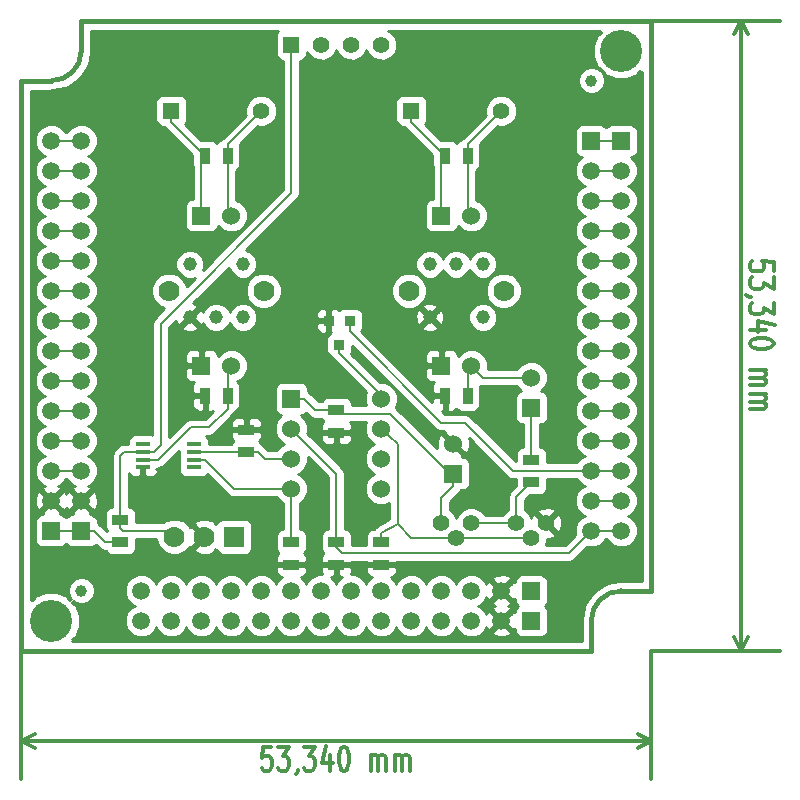
<source format=gtl>
G04 (created by PCBNEW (2013-mar-13)-testing) date Tue 11 Feb 2014 12:39:58 PM CET*
%MOIN*%
G04 Gerber Fmt 3.4, Leading zero omitted, Abs format*
%FSLAX34Y34*%
G01*
G70*
G90*
G04 APERTURE LIST*
%ADD10C,0.005906*%
%ADD11C,0.015000*%
%ADD12C,0.012000*%
%ADD13R,0.055000X0.035000*%
%ADD14C,0.039370*%
%ADD15R,0.059100X0.059100*%
%ADD16C,0.059100*%
%ADD17C,0.140000*%
%ADD18C,0.055118*%
%ADD19R,0.060000X0.060000*%
%ADD20C,0.060000*%
%ADD21R,0.036000X0.036000*%
%ADD22R,0.035000X0.055000*%
%ADD23C,0.046000*%
%ADD24C,0.070000*%
%ADD25R,0.056000X0.056000*%
%ADD26C,0.056000*%
%ADD27R,0.050000X0.015000*%
%ADD28R,0.055000X0.055000*%
%ADD29C,0.055000*%
%ADD30R,0.070000X0.070000*%
%ADD31C,0.028000*%
%ADD32C,0.008000*%
%ADD33C,0.006000*%
%ADD34C,0.010000*%
G04 APERTURE END LIST*
G54D10*
G54D11*
X19000Y-40000D02*
X19000Y-21000D01*
X38000Y-40000D02*
X19000Y-40000D01*
X40000Y-19000D02*
X40000Y-38000D01*
X21000Y-19000D02*
X40000Y-19000D01*
X39000Y-38000D02*
X40000Y-38000D01*
X38000Y-39500D02*
X38000Y-40000D01*
X19500Y-21000D02*
X19000Y-21000D01*
X21000Y-19500D02*
X21000Y-19000D01*
X20000Y-21000D02*
X19500Y-21000D01*
X21000Y-20000D02*
X21000Y-19500D01*
X38000Y-39000D02*
X38000Y-39500D01*
X39000Y-38000D02*
G75*
G03X38000Y-39000I0J-1000D01*
G74*
G01*
X20000Y-21000D02*
G75*
G03X21000Y-20000I0J1000D01*
G74*
G01*
G54D12*
X44077Y-27328D02*
X44077Y-27042D01*
X43696Y-27014D01*
X43734Y-27042D01*
X43772Y-27099D01*
X43772Y-27242D01*
X43734Y-27299D01*
X43696Y-27328D01*
X43619Y-27357D01*
X43429Y-27357D01*
X43353Y-27328D01*
X43315Y-27299D01*
X43277Y-27242D01*
X43277Y-27099D01*
X43315Y-27042D01*
X43353Y-27014D01*
X44077Y-27557D02*
X44077Y-27928D01*
X43772Y-27728D01*
X43772Y-27814D01*
X43734Y-27871D01*
X43696Y-27899D01*
X43619Y-27928D01*
X43429Y-27928D01*
X43353Y-27899D01*
X43315Y-27871D01*
X43277Y-27814D01*
X43277Y-27642D01*
X43315Y-27585D01*
X43353Y-27557D01*
X43315Y-28214D02*
X43277Y-28214D01*
X43200Y-28185D01*
X43162Y-28157D01*
X44077Y-28414D02*
X44077Y-28785D01*
X43772Y-28585D01*
X43772Y-28671D01*
X43734Y-28728D01*
X43696Y-28757D01*
X43619Y-28785D01*
X43429Y-28785D01*
X43353Y-28757D01*
X43315Y-28728D01*
X43277Y-28671D01*
X43277Y-28500D01*
X43315Y-28442D01*
X43353Y-28414D01*
X43810Y-29300D02*
X43277Y-29300D01*
X44115Y-29157D02*
X43543Y-29014D01*
X43543Y-29385D01*
X44077Y-29728D02*
X44077Y-29785D01*
X44039Y-29842D01*
X44000Y-29871D01*
X43924Y-29900D01*
X43772Y-29928D01*
X43581Y-29928D01*
X43429Y-29900D01*
X43353Y-29871D01*
X43315Y-29842D01*
X43277Y-29785D01*
X43277Y-29728D01*
X43315Y-29671D01*
X43353Y-29642D01*
X43429Y-29614D01*
X43581Y-29585D01*
X43772Y-29585D01*
X43924Y-29614D01*
X44000Y-29642D01*
X44039Y-29671D01*
X44077Y-29728D01*
X43277Y-30642D02*
X43810Y-30642D01*
X43734Y-30642D02*
X43772Y-30671D01*
X43810Y-30728D01*
X43810Y-30814D01*
X43772Y-30871D01*
X43696Y-30900D01*
X43277Y-30900D01*
X43696Y-30900D02*
X43772Y-30928D01*
X43810Y-30985D01*
X43810Y-31071D01*
X43772Y-31128D01*
X43696Y-31157D01*
X43277Y-31157D01*
X43277Y-31442D02*
X43810Y-31442D01*
X43734Y-31442D02*
X43772Y-31471D01*
X43810Y-31528D01*
X43810Y-31614D01*
X43772Y-31671D01*
X43696Y-31700D01*
X43277Y-31700D01*
X43696Y-31700D02*
X43772Y-31728D01*
X43810Y-31785D01*
X43810Y-31871D01*
X43772Y-31928D01*
X43696Y-31957D01*
X43277Y-31957D01*
X42999Y-19000D02*
X42999Y-40000D01*
X40000Y-19000D02*
X44279Y-19000D01*
X40000Y-40000D02*
X44279Y-40000D01*
X42999Y-40000D02*
X42769Y-39557D01*
X42999Y-40000D02*
X43229Y-39557D01*
X42999Y-19000D02*
X42769Y-19443D01*
X42999Y-19000D02*
X43229Y-19443D01*
X27328Y-43200D02*
X27042Y-43200D01*
X27014Y-43581D01*
X27042Y-43543D01*
X27099Y-43505D01*
X27242Y-43505D01*
X27299Y-43543D01*
X27328Y-43581D01*
X27357Y-43658D01*
X27357Y-43848D01*
X27328Y-43924D01*
X27299Y-43962D01*
X27242Y-44000D01*
X27099Y-44000D01*
X27042Y-43962D01*
X27014Y-43924D01*
X27557Y-43200D02*
X27928Y-43200D01*
X27728Y-43505D01*
X27814Y-43505D01*
X27871Y-43543D01*
X27899Y-43581D01*
X27928Y-43658D01*
X27928Y-43848D01*
X27899Y-43924D01*
X27871Y-43962D01*
X27814Y-44000D01*
X27642Y-44000D01*
X27585Y-43962D01*
X27557Y-43924D01*
X28214Y-43962D02*
X28214Y-44000D01*
X28185Y-44077D01*
X28157Y-44115D01*
X28414Y-43200D02*
X28785Y-43200D01*
X28585Y-43505D01*
X28671Y-43505D01*
X28728Y-43543D01*
X28757Y-43581D01*
X28785Y-43658D01*
X28785Y-43848D01*
X28757Y-43924D01*
X28728Y-43962D01*
X28671Y-44000D01*
X28500Y-44000D01*
X28442Y-43962D01*
X28414Y-43924D01*
X29300Y-43467D02*
X29300Y-44000D01*
X29157Y-43162D02*
X29014Y-43734D01*
X29385Y-43734D01*
X29728Y-43200D02*
X29785Y-43200D01*
X29842Y-43239D01*
X29871Y-43277D01*
X29900Y-43353D01*
X29928Y-43505D01*
X29928Y-43696D01*
X29900Y-43848D01*
X29871Y-43924D01*
X29842Y-43962D01*
X29785Y-44000D01*
X29728Y-44000D01*
X29671Y-43962D01*
X29642Y-43924D01*
X29614Y-43848D01*
X29585Y-43696D01*
X29585Y-43505D01*
X29614Y-43353D01*
X29642Y-43277D01*
X29671Y-43239D01*
X29728Y-43200D01*
X30642Y-44000D02*
X30642Y-43467D01*
X30642Y-43543D02*
X30671Y-43505D01*
X30728Y-43467D01*
X30814Y-43467D01*
X30871Y-43505D01*
X30900Y-43581D01*
X30900Y-44000D01*
X30900Y-43581D02*
X30928Y-43505D01*
X30985Y-43467D01*
X31071Y-43467D01*
X31128Y-43505D01*
X31157Y-43581D01*
X31157Y-44000D01*
X31442Y-44000D02*
X31442Y-43467D01*
X31442Y-43543D02*
X31471Y-43505D01*
X31528Y-43467D01*
X31614Y-43467D01*
X31671Y-43505D01*
X31700Y-43581D01*
X31700Y-44000D01*
X31700Y-43581D02*
X31728Y-43505D01*
X31785Y-43467D01*
X31871Y-43467D01*
X31928Y-43505D01*
X31957Y-43581D01*
X31957Y-44000D01*
X19000Y-42999D02*
X40000Y-42999D01*
X19000Y-40000D02*
X19000Y-44279D01*
X40000Y-40000D02*
X40000Y-44279D01*
X40000Y-42999D02*
X39557Y-43229D01*
X40000Y-42999D02*
X39557Y-42769D01*
X19000Y-42999D02*
X19443Y-43229D01*
X19000Y-42999D02*
X19443Y-42769D01*
G54D13*
X31000Y-36375D03*
X31000Y-37125D03*
X26500Y-33375D03*
X26500Y-32625D03*
G54D14*
X38000Y-21000D03*
X21000Y-38000D03*
G54D15*
X36000Y-39000D03*
G54D16*
X35000Y-39000D03*
X34000Y-39000D03*
X33000Y-39000D03*
X32000Y-39000D03*
X31000Y-39000D03*
X30000Y-39000D03*
X29000Y-39000D03*
X28000Y-39000D03*
X27000Y-39000D03*
X26000Y-39000D03*
X25000Y-39000D03*
X24000Y-39000D03*
X23000Y-39000D03*
G54D15*
X39000Y-23000D03*
G54D16*
X39000Y-24000D03*
X39000Y-25000D03*
X39000Y-26000D03*
X39000Y-27000D03*
X39000Y-28000D03*
X39000Y-29000D03*
X39000Y-30000D03*
X39000Y-31000D03*
X39000Y-32000D03*
X39000Y-33000D03*
X39000Y-34000D03*
X39000Y-35000D03*
X39000Y-36000D03*
G54D15*
X21000Y-36000D03*
G54D16*
X21000Y-35000D03*
X21000Y-34000D03*
X21000Y-33000D03*
X21000Y-32000D03*
X21000Y-31000D03*
X21000Y-30000D03*
X21000Y-29000D03*
X21000Y-28000D03*
X21000Y-27000D03*
X21000Y-26000D03*
X21000Y-25000D03*
X21000Y-24000D03*
X21000Y-23000D03*
G54D15*
X20000Y-36000D03*
G54D16*
X20000Y-35000D03*
X20000Y-34000D03*
X20000Y-33000D03*
X20000Y-32000D03*
X20000Y-31000D03*
X20000Y-30000D03*
X20000Y-29000D03*
X20000Y-28000D03*
X20000Y-27000D03*
X20000Y-26000D03*
X20000Y-25000D03*
X20000Y-24000D03*
X20000Y-23000D03*
G54D15*
X38000Y-23000D03*
G54D16*
X38000Y-24000D03*
X38000Y-25000D03*
X38000Y-26000D03*
X38000Y-27000D03*
X38000Y-28000D03*
X38000Y-29000D03*
X38000Y-30000D03*
X38000Y-31000D03*
X38000Y-32000D03*
X38000Y-33000D03*
X38000Y-34000D03*
X38000Y-35000D03*
X38000Y-36000D03*
G54D15*
X36000Y-38000D03*
G54D16*
X35000Y-38000D03*
X34000Y-38000D03*
X33000Y-38000D03*
X32000Y-38000D03*
X31000Y-38000D03*
X30000Y-38000D03*
X29000Y-38000D03*
X28000Y-38000D03*
X27000Y-38000D03*
X26000Y-38000D03*
X25000Y-38000D03*
X24000Y-38000D03*
X23000Y-38000D03*
G54D17*
X20000Y-39000D03*
X39000Y-20000D03*
G54D18*
X36500Y-35750D03*
X36000Y-36250D03*
X35500Y-35750D03*
X34000Y-35750D03*
X33500Y-36250D03*
X33000Y-35750D03*
G54D19*
X28000Y-31600D03*
G54D20*
X28000Y-32600D03*
X28000Y-33600D03*
X28000Y-34600D03*
X31000Y-34600D03*
X31000Y-33600D03*
X31000Y-32600D03*
X31000Y-31600D03*
G54D21*
X29250Y-29000D03*
X29950Y-29000D03*
X29600Y-29800D03*
G54D13*
X36000Y-33625D03*
X36000Y-34375D03*
G54D22*
X25875Y-23500D03*
X25125Y-23500D03*
G54D13*
X29500Y-31975D03*
X29500Y-32725D03*
X22300Y-36375D03*
X22300Y-35625D03*
G54D22*
X25875Y-31500D03*
X25125Y-31500D03*
G54D13*
X29500Y-36375D03*
X29500Y-37125D03*
X28000Y-36375D03*
X28000Y-37125D03*
G54D22*
X33875Y-23500D03*
X33125Y-23500D03*
X33875Y-31500D03*
X33125Y-31500D03*
G54D19*
X33000Y-30500D03*
G54D20*
X34000Y-30500D03*
G54D19*
X25000Y-25500D03*
G54D20*
X26000Y-25500D03*
G54D19*
X33000Y-25500D03*
G54D20*
X34000Y-25500D03*
G54D19*
X25000Y-30500D03*
G54D20*
X26000Y-30500D03*
G54D23*
X24614Y-28885D03*
X25500Y-28885D03*
X26385Y-28885D03*
X26385Y-27114D03*
X24614Y-27114D03*
G54D24*
X27074Y-28000D03*
X23925Y-28000D03*
G54D23*
X34385Y-27114D03*
X33500Y-27114D03*
X32614Y-27114D03*
X32614Y-28885D03*
X34385Y-28885D03*
G54D24*
X31925Y-28000D03*
X35074Y-28000D03*
G54D25*
X32000Y-22000D03*
G54D26*
X35000Y-22000D03*
G54D25*
X24000Y-22000D03*
G54D26*
X27000Y-22000D03*
G54D27*
X23050Y-33116D03*
X23050Y-33372D03*
X23050Y-33628D03*
X23050Y-33884D03*
X24750Y-33884D03*
X24750Y-33628D03*
X24750Y-33372D03*
X24750Y-33116D03*
G54D19*
X33400Y-34100D03*
G54D20*
X33400Y-33100D03*
G54D19*
X36000Y-31900D03*
G54D20*
X36000Y-30900D03*
G54D28*
X28000Y-19800D03*
G54D29*
X29000Y-19800D03*
X30000Y-19800D03*
X31000Y-19800D03*
G54D24*
X24100Y-36200D03*
X25100Y-36200D03*
G54D30*
X26100Y-36200D03*
G54D31*
X35650Y-24850D03*
X22500Y-20200D03*
X20950Y-21800D03*
X23550Y-25100D03*
X22500Y-30050D03*
X22500Y-32000D03*
X28550Y-27650D03*
X27950Y-30400D03*
X30450Y-35500D03*
X30050Y-33550D03*
G54D32*
X33400Y-34100D02*
X33300Y-34100D01*
X29625Y-32100D02*
X29500Y-31975D01*
X31300Y-32100D02*
X29625Y-32100D01*
X33300Y-34100D02*
X31300Y-32100D01*
X21000Y-36000D02*
X21415Y-36000D01*
X28000Y-31600D02*
X28420Y-31600D01*
X29500Y-31975D02*
X28795Y-31975D01*
X28795Y-31975D02*
X28420Y-31600D01*
X20000Y-36000D02*
X21000Y-36000D01*
X21790Y-36375D02*
X22300Y-36375D01*
X21415Y-36000D02*
X21790Y-36375D01*
X33000Y-34920D02*
X33000Y-35750D01*
X33400Y-34100D02*
X33400Y-34520D01*
X33400Y-34520D02*
X33000Y-34920D01*
G54D33*
X20000Y-34000D02*
X21000Y-34000D01*
X20000Y-33000D02*
X21000Y-33000D01*
X20000Y-32000D02*
X21000Y-32000D01*
X20000Y-31000D02*
X21000Y-31000D01*
X20000Y-30000D02*
X21000Y-30000D01*
X38000Y-25000D02*
X39000Y-25000D01*
X38000Y-26000D02*
X39000Y-26000D01*
X20000Y-29000D02*
X21000Y-29000D01*
X23050Y-33628D02*
X23572Y-33628D01*
X25875Y-31925D02*
X25875Y-31500D01*
X25250Y-32550D02*
X25875Y-31925D01*
X24650Y-32550D02*
X25250Y-32550D01*
X23572Y-33628D02*
X24650Y-32550D01*
X25875Y-30625D02*
X25875Y-31500D01*
X26000Y-30500D02*
X25875Y-30625D01*
X24750Y-33627D02*
X25110Y-33627D01*
X26082Y-34600D02*
X28000Y-34600D01*
X25110Y-33627D02*
X26082Y-34600D01*
X28000Y-36375D02*
X28000Y-36089D01*
X28000Y-34600D02*
X28000Y-36089D01*
X22300Y-35625D02*
X22300Y-35900D01*
X23900Y-36000D02*
X24100Y-36200D01*
X22400Y-36000D02*
X23900Y-36000D01*
X22300Y-35900D02*
X22400Y-36000D01*
X23050Y-33372D02*
X23428Y-33372D01*
X28000Y-24750D02*
X28000Y-19800D01*
X23650Y-29100D02*
X28000Y-24750D01*
X23650Y-33150D02*
X23650Y-29100D01*
X23428Y-33372D02*
X23650Y-33150D01*
X23050Y-33372D02*
X22428Y-33372D01*
X22300Y-33500D02*
X22300Y-35625D01*
X22428Y-33372D02*
X22300Y-33500D01*
X22300Y-35625D02*
X22300Y-35339D01*
X26111Y-33372D02*
X26114Y-33375D01*
X24750Y-33372D02*
X26111Y-33372D01*
X26500Y-33375D02*
X26114Y-33375D01*
X27110Y-33600D02*
X26885Y-33375D01*
X28000Y-33600D02*
X27110Y-33600D01*
X26500Y-33375D02*
X26885Y-33375D01*
X38000Y-34000D02*
X35400Y-34000D01*
X29950Y-29350D02*
X29950Y-29000D01*
X33000Y-32400D02*
X29950Y-29350D01*
X33800Y-32400D02*
X33000Y-32400D01*
X35400Y-34000D02*
X33800Y-32400D01*
X38000Y-34000D02*
X39000Y-34000D01*
X38000Y-35000D02*
X39000Y-35000D01*
G54D32*
X21000Y-35000D02*
X21750Y-34250D01*
X22500Y-20250D02*
X22500Y-20200D01*
X20950Y-21800D02*
X22500Y-20250D01*
X22850Y-25800D02*
X23550Y-25100D01*
X22850Y-29700D02*
X22850Y-25800D01*
X22500Y-30050D02*
X22850Y-29700D01*
X21750Y-32750D02*
X22500Y-32000D01*
X21750Y-34250D02*
X21750Y-32750D01*
X26500Y-32625D02*
X26500Y-31800D01*
X27900Y-30400D02*
X27950Y-30400D01*
X26500Y-31800D02*
X27900Y-30400D01*
X29500Y-32725D02*
X29500Y-33200D01*
X29850Y-33550D02*
X30050Y-33550D01*
X29500Y-33200D02*
X29850Y-33550D01*
X23050Y-33884D02*
X23050Y-34150D01*
X23050Y-34150D02*
X25100Y-36200D01*
G54D33*
X31000Y-31490D02*
X31000Y-31600D01*
X29600Y-30090D02*
X31000Y-31490D01*
X29600Y-29800D02*
X29600Y-30090D01*
X29500Y-36375D02*
X29500Y-36550D01*
X37250Y-36750D02*
X38000Y-36000D01*
X29700Y-36750D02*
X37250Y-36750D01*
X29500Y-36550D02*
X29700Y-36750D01*
X29500Y-34100D02*
X28000Y-32600D01*
X29500Y-36375D02*
X29500Y-34100D01*
X38000Y-36000D02*
X39000Y-36000D01*
X38000Y-28000D02*
X39000Y-28000D01*
X38000Y-27000D02*
X39000Y-27000D01*
X20000Y-25000D02*
X21000Y-25000D01*
X20000Y-26000D02*
X21000Y-26000D01*
X38000Y-29000D02*
X39000Y-29000D01*
X38000Y-30000D02*
X39000Y-30000D01*
X38000Y-31000D02*
X39000Y-31000D01*
X36000Y-31900D02*
X36000Y-33625D01*
X33000Y-25500D02*
X33000Y-23500D01*
X33125Y-23500D02*
X33000Y-23500D01*
X33000Y-23390D02*
X33000Y-23500D01*
X32000Y-22390D02*
X33000Y-23390D01*
X32000Y-22000D02*
X32000Y-22390D01*
X33885Y-23114D02*
X33875Y-23114D01*
X35000Y-22000D02*
X33885Y-23114D01*
X33875Y-23500D02*
X33875Y-23114D01*
X33875Y-25375D02*
X33875Y-23500D01*
X34000Y-25500D02*
X33875Y-25375D01*
X33875Y-31500D02*
X33875Y-30625D01*
X33875Y-30625D02*
X34000Y-30500D01*
X36000Y-30900D02*
X34400Y-30900D01*
X34400Y-30900D02*
X34000Y-30500D01*
X25000Y-25500D02*
X25000Y-23500D01*
X25125Y-23500D02*
X25000Y-23500D01*
X25000Y-23390D02*
X25000Y-23500D01*
X24000Y-22390D02*
X25000Y-23390D01*
X24000Y-22000D02*
X24000Y-22390D01*
X25885Y-23114D02*
X25875Y-23114D01*
X27000Y-22000D02*
X25885Y-23114D01*
X25875Y-23500D02*
X25875Y-23114D01*
X25875Y-25375D02*
X25875Y-23500D01*
X26000Y-25500D02*
X25875Y-25375D01*
X35500Y-35750D02*
X35500Y-34875D01*
X35500Y-34875D02*
X36000Y-34375D01*
X34000Y-35750D02*
X35500Y-35750D01*
X20000Y-28000D02*
X21000Y-28000D01*
X20000Y-27000D02*
X21000Y-27000D01*
X38000Y-24000D02*
X39000Y-24000D01*
X38000Y-23000D02*
X39000Y-23000D01*
X38000Y-32000D02*
X39000Y-32000D01*
X38000Y-33000D02*
X39000Y-33000D01*
X31000Y-36375D02*
X31000Y-36089D01*
X31997Y-36250D02*
X31550Y-35771D01*
X33500Y-36250D02*
X31997Y-36250D01*
X31550Y-33118D02*
X31550Y-35771D01*
X31000Y-32600D02*
X31550Y-33118D01*
X31550Y-35771D02*
X31000Y-36089D01*
X36000Y-36250D02*
X33500Y-36250D01*
X20000Y-24000D02*
X21000Y-24000D01*
X20000Y-23000D02*
X21000Y-23000D01*
G54D10*
G36*
X20076Y-39005D02*
X20005Y-39076D01*
X20000Y-39070D01*
X19994Y-39076D01*
X19923Y-39005D01*
X19929Y-39000D01*
X19923Y-38994D01*
X19994Y-38923D01*
X20000Y-38929D01*
X20005Y-38923D01*
X20076Y-38994D01*
X20070Y-39000D01*
X20076Y-39005D01*
X20076Y-39005D01*
G37*
G54D34*
X20076Y-39005D02*
X20005Y-39076D01*
X20000Y-39070D01*
X19994Y-39076D01*
X19923Y-39005D01*
X19929Y-39000D01*
X19923Y-38994D01*
X19994Y-38923D01*
X20000Y-38929D01*
X20005Y-38923D01*
X20076Y-38994D01*
X20070Y-39000D01*
X20076Y-39005D01*
G54D10*
G36*
X31270Y-35609D02*
X30859Y-35847D01*
X30832Y-35871D01*
X30802Y-35891D01*
X30791Y-35907D01*
X30777Y-35919D01*
X30762Y-35950D01*
X30675Y-35950D01*
X30583Y-35988D01*
X30513Y-36058D01*
X30475Y-36150D01*
X30475Y-36249D01*
X30475Y-36470D01*
X30025Y-36470D01*
X30025Y-36150D01*
X30025Y-32949D01*
X30025Y-32837D01*
X29962Y-32775D01*
X29550Y-32775D01*
X29550Y-33087D01*
X29612Y-33150D01*
X29725Y-33150D01*
X29824Y-33150D01*
X29916Y-33111D01*
X29986Y-33041D01*
X30025Y-32949D01*
X30025Y-36150D01*
X29986Y-36058D01*
X29916Y-35988D01*
X29824Y-35950D01*
X29780Y-35950D01*
X29780Y-34100D01*
X29758Y-33992D01*
X29697Y-33902D01*
X29450Y-33654D01*
X29450Y-33087D01*
X29450Y-32775D01*
X29037Y-32775D01*
X28975Y-32837D01*
X28975Y-32949D01*
X29013Y-33041D01*
X29083Y-33111D01*
X29175Y-33150D01*
X29274Y-33150D01*
X29387Y-33150D01*
X29450Y-33087D01*
X29450Y-33654D01*
X28536Y-32741D01*
X28549Y-32709D01*
X28550Y-32491D01*
X28466Y-32288D01*
X28327Y-32150D01*
X28349Y-32150D01*
X28441Y-32111D01*
X28481Y-32071D01*
X28590Y-32180D01*
X28684Y-32242D01*
X28795Y-32265D01*
X29002Y-32265D01*
X29013Y-32291D01*
X29071Y-32350D01*
X29013Y-32408D01*
X28975Y-32500D01*
X28975Y-32612D01*
X29037Y-32675D01*
X29450Y-32675D01*
X29450Y-32667D01*
X29550Y-32667D01*
X29550Y-32675D01*
X29962Y-32675D01*
X30025Y-32612D01*
X30025Y-32500D01*
X29986Y-32408D01*
X29968Y-32390D01*
X30491Y-32390D01*
X30450Y-32490D01*
X30449Y-32708D01*
X30533Y-32911D01*
X30688Y-33065D01*
X30769Y-33099D01*
X30688Y-33133D01*
X30534Y-33288D01*
X30450Y-33490D01*
X30449Y-33708D01*
X30533Y-33911D01*
X30688Y-34065D01*
X30769Y-34099D01*
X30688Y-34133D01*
X30534Y-34288D01*
X30450Y-34490D01*
X30449Y-34708D01*
X30533Y-34911D01*
X30688Y-35065D01*
X30890Y-35149D01*
X31108Y-35150D01*
X31270Y-35083D01*
X31270Y-35609D01*
X31270Y-35609D01*
G37*
G54D34*
X31270Y-35609D02*
X30859Y-35847D01*
X30832Y-35871D01*
X30802Y-35891D01*
X30791Y-35907D01*
X30777Y-35919D01*
X30762Y-35950D01*
X30675Y-35950D01*
X30583Y-35988D01*
X30513Y-36058D01*
X30475Y-36150D01*
X30475Y-36249D01*
X30475Y-36470D01*
X30025Y-36470D01*
X30025Y-36150D01*
X30025Y-32949D01*
X30025Y-32837D01*
X29962Y-32775D01*
X29550Y-32775D01*
X29550Y-33087D01*
X29612Y-33150D01*
X29725Y-33150D01*
X29824Y-33150D01*
X29916Y-33111D01*
X29986Y-33041D01*
X30025Y-32949D01*
X30025Y-36150D01*
X29986Y-36058D01*
X29916Y-35988D01*
X29824Y-35950D01*
X29780Y-35950D01*
X29780Y-34100D01*
X29758Y-33992D01*
X29697Y-33902D01*
X29450Y-33654D01*
X29450Y-33087D01*
X29450Y-32775D01*
X29037Y-32775D01*
X28975Y-32837D01*
X28975Y-32949D01*
X29013Y-33041D01*
X29083Y-33111D01*
X29175Y-33150D01*
X29274Y-33150D01*
X29387Y-33150D01*
X29450Y-33087D01*
X29450Y-33654D01*
X28536Y-32741D01*
X28549Y-32709D01*
X28550Y-32491D01*
X28466Y-32288D01*
X28327Y-32150D01*
X28349Y-32150D01*
X28441Y-32111D01*
X28481Y-32071D01*
X28590Y-32180D01*
X28684Y-32242D01*
X28795Y-32265D01*
X29002Y-32265D01*
X29013Y-32291D01*
X29071Y-32350D01*
X29013Y-32408D01*
X28975Y-32500D01*
X28975Y-32612D01*
X29037Y-32675D01*
X29450Y-32675D01*
X29450Y-32667D01*
X29550Y-32667D01*
X29550Y-32675D01*
X29962Y-32675D01*
X30025Y-32612D01*
X30025Y-32500D01*
X29986Y-32408D01*
X29968Y-32390D01*
X30491Y-32390D01*
X30450Y-32490D01*
X30449Y-32708D01*
X30533Y-32911D01*
X30688Y-33065D01*
X30769Y-33099D01*
X30688Y-33133D01*
X30534Y-33288D01*
X30450Y-33490D01*
X30449Y-33708D01*
X30533Y-33911D01*
X30688Y-34065D01*
X30769Y-34099D01*
X30688Y-34133D01*
X30534Y-34288D01*
X30450Y-34490D01*
X30449Y-34708D01*
X30533Y-34911D01*
X30688Y-35065D01*
X30890Y-35149D01*
X31108Y-35150D01*
X31270Y-35083D01*
X31270Y-35609D01*
G54D10*
G36*
X35475Y-34504D02*
X35302Y-34677D01*
X35241Y-34767D01*
X35220Y-34875D01*
X35220Y-35297D01*
X35202Y-35304D01*
X35054Y-35451D01*
X35047Y-35470D01*
X34452Y-35470D01*
X34445Y-35452D01*
X34298Y-35304D01*
X34105Y-35224D01*
X33895Y-35224D01*
X33702Y-35304D01*
X33554Y-35451D01*
X33499Y-35583D01*
X33445Y-35452D01*
X33298Y-35304D01*
X33290Y-35301D01*
X33290Y-35040D01*
X33605Y-34725D01*
X33655Y-34650D01*
X33749Y-34650D01*
X33841Y-34611D01*
X33911Y-34541D01*
X33950Y-34449D01*
X33950Y-34350D01*
X33950Y-33750D01*
X33911Y-33658D01*
X33841Y-33588D01*
X33749Y-33550D01*
X33696Y-33550D01*
X33715Y-33485D01*
X33400Y-33170D01*
X33394Y-33176D01*
X33323Y-33105D01*
X33329Y-33100D01*
X33014Y-32784D01*
X32918Y-32812D01*
X32845Y-33018D01*
X32856Y-33236D01*
X32862Y-33252D01*
X31505Y-31894D01*
X31480Y-31878D01*
X31549Y-31709D01*
X31550Y-31491D01*
X31466Y-31288D01*
X31311Y-31134D01*
X31109Y-31050D01*
X30955Y-31049D01*
X30002Y-30096D01*
X30030Y-30029D01*
X30030Y-29930D01*
X30030Y-29825D01*
X32802Y-32597D01*
X32802Y-32597D01*
X32862Y-32638D01*
X32892Y-32658D01*
X32892Y-32658D01*
X33000Y-32680D01*
X33094Y-32680D01*
X33084Y-32714D01*
X33400Y-33029D01*
X33405Y-33023D01*
X33476Y-33094D01*
X33470Y-33100D01*
X33785Y-33415D01*
X33881Y-33387D01*
X33954Y-33181D01*
X33943Y-32963D01*
X33927Y-32923D01*
X35202Y-34197D01*
X35292Y-34258D01*
X35292Y-34258D01*
X35400Y-34280D01*
X35475Y-34280D01*
X35475Y-34504D01*
X35475Y-34504D01*
G37*
G54D34*
X35475Y-34504D02*
X35302Y-34677D01*
X35241Y-34767D01*
X35220Y-34875D01*
X35220Y-35297D01*
X35202Y-35304D01*
X35054Y-35451D01*
X35047Y-35470D01*
X34452Y-35470D01*
X34445Y-35452D01*
X34298Y-35304D01*
X34105Y-35224D01*
X33895Y-35224D01*
X33702Y-35304D01*
X33554Y-35451D01*
X33499Y-35583D01*
X33445Y-35452D01*
X33298Y-35304D01*
X33290Y-35301D01*
X33290Y-35040D01*
X33605Y-34725D01*
X33655Y-34650D01*
X33749Y-34650D01*
X33841Y-34611D01*
X33911Y-34541D01*
X33950Y-34449D01*
X33950Y-34350D01*
X33950Y-33750D01*
X33911Y-33658D01*
X33841Y-33588D01*
X33749Y-33550D01*
X33696Y-33550D01*
X33715Y-33485D01*
X33400Y-33170D01*
X33394Y-33176D01*
X33323Y-33105D01*
X33329Y-33100D01*
X33014Y-32784D01*
X32918Y-32812D01*
X32845Y-33018D01*
X32856Y-33236D01*
X32862Y-33252D01*
X31505Y-31894D01*
X31480Y-31878D01*
X31549Y-31709D01*
X31550Y-31491D01*
X31466Y-31288D01*
X31311Y-31134D01*
X31109Y-31050D01*
X30955Y-31049D01*
X30002Y-30096D01*
X30030Y-30029D01*
X30030Y-29930D01*
X30030Y-29825D01*
X32802Y-32597D01*
X32802Y-32597D01*
X32862Y-32638D01*
X32892Y-32658D01*
X32892Y-32658D01*
X33000Y-32680D01*
X33094Y-32680D01*
X33084Y-32714D01*
X33400Y-33029D01*
X33405Y-33023D01*
X33476Y-33094D01*
X33470Y-33100D01*
X33785Y-33415D01*
X33881Y-33387D01*
X33954Y-33181D01*
X33943Y-32963D01*
X33927Y-32923D01*
X35202Y-34197D01*
X35292Y-34258D01*
X35292Y-34258D01*
X35400Y-34280D01*
X35475Y-34280D01*
X35475Y-34504D01*
G54D10*
G36*
X37781Y-35499D02*
X37691Y-35537D01*
X37537Y-35690D01*
X37454Y-35891D01*
X37454Y-36108D01*
X37466Y-36137D01*
X37134Y-36470D01*
X37030Y-36470D01*
X37030Y-35825D01*
X37019Y-35617D01*
X36961Y-35476D01*
X36868Y-35452D01*
X36797Y-35523D01*
X36797Y-35381D01*
X36773Y-35288D01*
X36575Y-35219D01*
X36367Y-35230D01*
X36226Y-35288D01*
X36202Y-35381D01*
X36500Y-35679D01*
X36797Y-35381D01*
X36797Y-35523D01*
X36570Y-35750D01*
X36868Y-36047D01*
X36961Y-36023D01*
X37030Y-35825D01*
X37030Y-36470D01*
X36477Y-36470D01*
X36525Y-36355D01*
X36525Y-36274D01*
X36632Y-36269D01*
X36773Y-36211D01*
X36797Y-36118D01*
X36500Y-35820D01*
X36494Y-35826D01*
X36423Y-35755D01*
X36429Y-35750D01*
X36131Y-35452D01*
X36038Y-35476D01*
X36000Y-35585D01*
X35945Y-35452D01*
X35798Y-35304D01*
X35780Y-35297D01*
X35780Y-34990D01*
X35970Y-34800D01*
X36324Y-34800D01*
X36416Y-34761D01*
X36486Y-34691D01*
X36525Y-34599D01*
X36525Y-34500D01*
X36525Y-34280D01*
X37525Y-34280D01*
X37537Y-34308D01*
X37690Y-34462D01*
X37781Y-34499D01*
X37691Y-34537D01*
X37537Y-34690D01*
X37454Y-34891D01*
X37454Y-35108D01*
X37537Y-35308D01*
X37690Y-35462D01*
X37781Y-35499D01*
X37781Y-35499D01*
G37*
G54D34*
X37781Y-35499D02*
X37691Y-35537D01*
X37537Y-35690D01*
X37454Y-35891D01*
X37454Y-36108D01*
X37466Y-36137D01*
X37134Y-36470D01*
X37030Y-36470D01*
X37030Y-35825D01*
X37019Y-35617D01*
X36961Y-35476D01*
X36868Y-35452D01*
X36797Y-35523D01*
X36797Y-35381D01*
X36773Y-35288D01*
X36575Y-35219D01*
X36367Y-35230D01*
X36226Y-35288D01*
X36202Y-35381D01*
X36500Y-35679D01*
X36797Y-35381D01*
X36797Y-35523D01*
X36570Y-35750D01*
X36868Y-36047D01*
X36961Y-36023D01*
X37030Y-35825D01*
X37030Y-36470D01*
X36477Y-36470D01*
X36525Y-36355D01*
X36525Y-36274D01*
X36632Y-36269D01*
X36773Y-36211D01*
X36797Y-36118D01*
X36500Y-35820D01*
X36494Y-35826D01*
X36423Y-35755D01*
X36429Y-35750D01*
X36131Y-35452D01*
X36038Y-35476D01*
X36000Y-35585D01*
X35945Y-35452D01*
X35798Y-35304D01*
X35780Y-35297D01*
X35780Y-34990D01*
X35970Y-34800D01*
X36324Y-34800D01*
X36416Y-34761D01*
X36486Y-34691D01*
X36525Y-34599D01*
X36525Y-34500D01*
X36525Y-34280D01*
X37525Y-34280D01*
X37537Y-34308D01*
X37690Y-34462D01*
X37781Y-34499D01*
X37691Y-34537D01*
X37537Y-34690D01*
X37454Y-34891D01*
X37454Y-35108D01*
X37537Y-35308D01*
X37690Y-35462D01*
X37781Y-35499D01*
G54D10*
G36*
X39076Y-20005D02*
X39005Y-20076D01*
X39000Y-20070D01*
X38994Y-20076D01*
X38929Y-20011D01*
X38923Y-20005D01*
X38929Y-20000D01*
X38923Y-19994D01*
X38994Y-19923D01*
X39000Y-19929D01*
X39005Y-19923D01*
X39076Y-19994D01*
X39070Y-20000D01*
X39076Y-20005D01*
X39076Y-20005D01*
G37*
G54D34*
X39076Y-20005D02*
X39005Y-20076D01*
X39000Y-20070D01*
X38994Y-20076D01*
X38929Y-20011D01*
X38923Y-20005D01*
X38929Y-20000D01*
X38923Y-19994D01*
X38994Y-19923D01*
X39000Y-19929D01*
X39005Y-19923D01*
X39076Y-19994D01*
X39070Y-20000D01*
X39076Y-20005D01*
G54D10*
G36*
X39675Y-37675D02*
X39604Y-37675D01*
X39000Y-37675D01*
X38968Y-37681D01*
X38936Y-37681D01*
X38553Y-37757D01*
X38553Y-37757D01*
X38495Y-37781D01*
X38436Y-37805D01*
X38436Y-37805D01*
X38112Y-38022D01*
X38112Y-38022D01*
X38022Y-38112D01*
X37805Y-38436D01*
X37805Y-38436D01*
X37771Y-38519D01*
X37757Y-38553D01*
X37757Y-38553D01*
X37681Y-38936D01*
X37681Y-38968D01*
X37675Y-39000D01*
X37675Y-39500D01*
X37675Y-39675D01*
X36545Y-39675D01*
X36545Y-39345D01*
X36545Y-39245D01*
X36545Y-38654D01*
X36507Y-38562D01*
X36444Y-38499D01*
X36507Y-38437D01*
X36545Y-38345D01*
X36545Y-38245D01*
X36545Y-37654D01*
X36507Y-37562D01*
X36437Y-37492D01*
X36345Y-37454D01*
X36245Y-37454D01*
X35654Y-37454D01*
X35562Y-37492D01*
X35492Y-37562D01*
X35454Y-37654D01*
X35454Y-37708D01*
X35382Y-37688D01*
X35311Y-37758D01*
X35311Y-37617D01*
X35285Y-37522D01*
X35080Y-37449D01*
X34863Y-37460D01*
X34714Y-37522D01*
X34688Y-37617D01*
X35000Y-37929D01*
X35311Y-37617D01*
X35311Y-37758D01*
X35070Y-38000D01*
X35382Y-38311D01*
X35454Y-38291D01*
X35454Y-38345D01*
X35492Y-38437D01*
X35555Y-38500D01*
X35492Y-38562D01*
X35454Y-38654D01*
X35454Y-38708D01*
X35382Y-38688D01*
X35311Y-38758D01*
X35311Y-38617D01*
X35285Y-38522D01*
X35226Y-38501D01*
X35285Y-38477D01*
X35311Y-38382D01*
X35000Y-38070D01*
X34688Y-38382D01*
X34714Y-38477D01*
X34773Y-38498D01*
X34714Y-38522D01*
X34688Y-38617D01*
X35000Y-38929D01*
X35311Y-38617D01*
X35311Y-38758D01*
X35070Y-39000D01*
X35382Y-39311D01*
X35454Y-39291D01*
X35454Y-39345D01*
X35492Y-39437D01*
X35562Y-39507D01*
X35654Y-39545D01*
X35754Y-39545D01*
X36345Y-39545D01*
X36437Y-39507D01*
X36507Y-39437D01*
X36545Y-39345D01*
X36545Y-39675D01*
X35311Y-39675D01*
X35311Y-39382D01*
X35000Y-39070D01*
X34929Y-39141D01*
X34929Y-39000D01*
X34617Y-38688D01*
X34522Y-38714D01*
X34499Y-38779D01*
X34462Y-38691D01*
X34309Y-38537D01*
X34218Y-38500D01*
X34308Y-38462D01*
X34462Y-38309D01*
X34497Y-38224D01*
X34522Y-38285D01*
X34617Y-38311D01*
X34929Y-38000D01*
X34617Y-37688D01*
X34522Y-37714D01*
X34499Y-37779D01*
X34462Y-37691D01*
X34309Y-37537D01*
X34108Y-37454D01*
X33891Y-37454D01*
X33691Y-37537D01*
X33537Y-37690D01*
X33500Y-37781D01*
X33462Y-37691D01*
X33309Y-37537D01*
X33108Y-37454D01*
X32891Y-37454D01*
X32691Y-37537D01*
X32537Y-37690D01*
X32500Y-37781D01*
X32462Y-37691D01*
X32309Y-37537D01*
X32108Y-37454D01*
X31891Y-37454D01*
X31691Y-37537D01*
X31537Y-37690D01*
X31500Y-37781D01*
X31462Y-37691D01*
X31321Y-37550D01*
X31324Y-37550D01*
X31416Y-37511D01*
X31486Y-37441D01*
X31525Y-37349D01*
X31525Y-37237D01*
X31462Y-37175D01*
X31050Y-37175D01*
X31050Y-37182D01*
X30950Y-37182D01*
X30950Y-37175D01*
X30537Y-37175D01*
X30475Y-37237D01*
X30475Y-37349D01*
X30513Y-37441D01*
X30583Y-37511D01*
X30675Y-37550D01*
X30678Y-37550D01*
X30537Y-37690D01*
X30500Y-37781D01*
X30462Y-37691D01*
X30309Y-37537D01*
X30108Y-37454D01*
X29974Y-37454D01*
X29986Y-37441D01*
X30025Y-37349D01*
X30025Y-37237D01*
X29962Y-37175D01*
X29550Y-37175D01*
X29550Y-37487D01*
X29612Y-37550D01*
X29678Y-37550D01*
X29537Y-37690D01*
X29500Y-37781D01*
X29462Y-37691D01*
X29321Y-37550D01*
X29387Y-37550D01*
X29450Y-37487D01*
X29450Y-37175D01*
X29037Y-37175D01*
X28975Y-37237D01*
X28975Y-37349D01*
X29013Y-37441D01*
X29025Y-37454D01*
X28891Y-37454D01*
X28691Y-37537D01*
X28537Y-37690D01*
X28500Y-37781D01*
X28462Y-37691D01*
X28321Y-37550D01*
X28324Y-37550D01*
X28416Y-37511D01*
X28486Y-37441D01*
X28525Y-37349D01*
X28525Y-37237D01*
X28462Y-37175D01*
X28050Y-37175D01*
X28050Y-37182D01*
X27950Y-37182D01*
X27950Y-37175D01*
X27537Y-37175D01*
X27475Y-37237D01*
X27475Y-37349D01*
X27513Y-37441D01*
X27583Y-37511D01*
X27675Y-37550D01*
X27678Y-37550D01*
X27537Y-37690D01*
X27500Y-37781D01*
X27462Y-37691D01*
X27309Y-37537D01*
X27108Y-37454D01*
X26891Y-37454D01*
X26700Y-37533D01*
X26700Y-36599D01*
X26700Y-36500D01*
X26700Y-35800D01*
X26661Y-35708D01*
X26591Y-35638D01*
X26499Y-35600D01*
X26400Y-35600D01*
X25700Y-35600D01*
X25608Y-35638D01*
X25538Y-35708D01*
X25518Y-35754D01*
X25496Y-35732D01*
X25451Y-35777D01*
X25417Y-35677D01*
X25193Y-35595D01*
X24955Y-35605D01*
X24782Y-35677D01*
X24748Y-35777D01*
X25100Y-36129D01*
X25105Y-36123D01*
X25176Y-36194D01*
X25170Y-36200D01*
X25176Y-36205D01*
X25105Y-36276D01*
X25100Y-36270D01*
X24748Y-36622D01*
X24782Y-36722D01*
X25006Y-36804D01*
X25244Y-36794D01*
X25417Y-36722D01*
X25451Y-36622D01*
X25451Y-36622D01*
X25496Y-36667D01*
X25518Y-36645D01*
X25538Y-36691D01*
X25608Y-36761D01*
X25700Y-36800D01*
X25799Y-36800D01*
X26499Y-36800D01*
X26591Y-36761D01*
X26661Y-36691D01*
X26700Y-36599D01*
X26700Y-37533D01*
X26691Y-37537D01*
X26537Y-37690D01*
X26500Y-37781D01*
X26462Y-37691D01*
X26309Y-37537D01*
X26108Y-37454D01*
X25891Y-37454D01*
X25691Y-37537D01*
X25537Y-37690D01*
X25500Y-37781D01*
X25462Y-37691D01*
X25451Y-37680D01*
X25309Y-37537D01*
X25108Y-37454D01*
X24891Y-37454D01*
X24691Y-37537D01*
X24537Y-37690D01*
X24500Y-37781D01*
X24462Y-37691D01*
X24309Y-37537D01*
X24108Y-37454D01*
X23891Y-37454D01*
X23691Y-37537D01*
X23537Y-37690D01*
X23500Y-37781D01*
X23462Y-37691D01*
X23309Y-37537D01*
X23108Y-37454D01*
X22891Y-37454D01*
X22691Y-37537D01*
X22537Y-37690D01*
X22454Y-37891D01*
X22454Y-38108D01*
X22537Y-38308D01*
X22690Y-38462D01*
X22781Y-38499D01*
X22691Y-38537D01*
X22537Y-38690D01*
X22454Y-38891D01*
X22454Y-39108D01*
X22537Y-39308D01*
X22690Y-39462D01*
X22891Y-39545D01*
X23108Y-39545D01*
X23308Y-39462D01*
X23462Y-39309D01*
X23499Y-39218D01*
X23537Y-39308D01*
X23690Y-39462D01*
X23891Y-39545D01*
X24108Y-39545D01*
X24308Y-39462D01*
X24462Y-39309D01*
X24499Y-39218D01*
X24537Y-39308D01*
X24690Y-39462D01*
X24891Y-39545D01*
X25108Y-39545D01*
X25308Y-39462D01*
X25462Y-39309D01*
X25499Y-39218D01*
X25537Y-39308D01*
X25690Y-39462D01*
X25891Y-39545D01*
X26108Y-39545D01*
X26308Y-39462D01*
X26462Y-39309D01*
X26499Y-39218D01*
X26537Y-39308D01*
X26690Y-39462D01*
X26891Y-39545D01*
X27108Y-39545D01*
X27308Y-39462D01*
X27462Y-39309D01*
X27499Y-39218D01*
X27537Y-39308D01*
X27690Y-39462D01*
X27891Y-39545D01*
X28108Y-39545D01*
X28308Y-39462D01*
X28462Y-39309D01*
X28499Y-39218D01*
X28537Y-39308D01*
X28690Y-39462D01*
X28891Y-39545D01*
X29108Y-39545D01*
X29308Y-39462D01*
X29462Y-39309D01*
X29499Y-39218D01*
X29537Y-39308D01*
X29690Y-39462D01*
X29891Y-39545D01*
X30108Y-39545D01*
X30308Y-39462D01*
X30462Y-39309D01*
X30499Y-39218D01*
X30537Y-39308D01*
X30690Y-39462D01*
X30891Y-39545D01*
X31108Y-39545D01*
X31308Y-39462D01*
X31462Y-39309D01*
X31499Y-39218D01*
X31537Y-39308D01*
X31690Y-39462D01*
X31891Y-39545D01*
X32108Y-39545D01*
X32308Y-39462D01*
X32462Y-39309D01*
X32499Y-39218D01*
X32537Y-39308D01*
X32690Y-39462D01*
X32891Y-39545D01*
X33108Y-39545D01*
X33308Y-39462D01*
X33462Y-39309D01*
X33499Y-39218D01*
X33537Y-39308D01*
X33690Y-39462D01*
X33891Y-39545D01*
X34108Y-39545D01*
X34308Y-39462D01*
X34462Y-39309D01*
X34497Y-39224D01*
X34522Y-39285D01*
X34617Y-39311D01*
X34929Y-39000D01*
X34929Y-39141D01*
X34688Y-39382D01*
X34714Y-39477D01*
X34919Y-39550D01*
X35136Y-39539D01*
X35285Y-39477D01*
X35311Y-39382D01*
X35311Y-39675D01*
X21446Y-39675D01*
X20952Y-39675D01*
X20693Y-39675D01*
X20719Y-39648D01*
X20675Y-39604D01*
X20811Y-39528D01*
X20952Y-39177D01*
X20947Y-38799D01*
X20811Y-38471D01*
X20675Y-38395D01*
X20719Y-38351D01*
X20746Y-38378D01*
X20910Y-38446D01*
X21088Y-38446D01*
X21252Y-38379D01*
X21378Y-38253D01*
X21446Y-38089D01*
X21446Y-37911D01*
X21379Y-37747D01*
X21253Y-37621D01*
X21089Y-37553D01*
X20911Y-37553D01*
X20747Y-37620D01*
X20621Y-37746D01*
X20553Y-37910D01*
X20553Y-38088D01*
X20620Y-38252D01*
X20648Y-38280D01*
X20604Y-38324D01*
X20528Y-38188D01*
X20177Y-38047D01*
X19799Y-38052D01*
X19471Y-38188D01*
X19395Y-38324D01*
X19351Y-38280D01*
X19325Y-38306D01*
X19325Y-21325D01*
X19500Y-21325D01*
X20000Y-21325D01*
X20031Y-21318D01*
X20063Y-21318D01*
X20446Y-21242D01*
X20446Y-21242D01*
X20446Y-21242D01*
X20480Y-21228D01*
X20563Y-21194D01*
X20563Y-21194D01*
X20563Y-21194D01*
X20887Y-20977D01*
X20887Y-20977D01*
X20977Y-20887D01*
X20977Y-20887D01*
X20977Y-20887D01*
X21194Y-20563D01*
X21194Y-20563D01*
X21194Y-20563D01*
X21218Y-20504D01*
X21242Y-20446D01*
X21242Y-20446D01*
X21242Y-20446D01*
X21318Y-20063D01*
X21318Y-20031D01*
X21325Y-20000D01*
X21325Y-19500D01*
X21325Y-19325D01*
X27571Y-19325D01*
X27513Y-19383D01*
X27475Y-19475D01*
X27475Y-19574D01*
X27475Y-20124D01*
X27513Y-20216D01*
X27583Y-20286D01*
X27675Y-20325D01*
X27720Y-20325D01*
X27720Y-24634D01*
X27530Y-24823D01*
X27530Y-21895D01*
X27449Y-21700D01*
X27300Y-21550D01*
X27105Y-21470D01*
X26895Y-21469D01*
X26700Y-21550D01*
X26550Y-21699D01*
X26470Y-21894D01*
X26469Y-22104D01*
X26478Y-22125D01*
X25707Y-22896D01*
X25677Y-22916D01*
X25633Y-22981D01*
X25558Y-23013D01*
X25499Y-23071D01*
X25441Y-23013D01*
X25349Y-22975D01*
X25250Y-22975D01*
X24980Y-22975D01*
X24459Y-22453D01*
X24491Y-22421D01*
X24530Y-22329D01*
X24530Y-22230D01*
X24530Y-21670D01*
X24491Y-21578D01*
X24421Y-21508D01*
X24329Y-21470D01*
X24230Y-21470D01*
X23670Y-21470D01*
X23578Y-21508D01*
X23508Y-21578D01*
X23470Y-21670D01*
X23470Y-21769D01*
X23470Y-22329D01*
X23508Y-22421D01*
X23578Y-22491D01*
X23670Y-22530D01*
X23763Y-22530D01*
X23802Y-22588D01*
X24700Y-23486D01*
X24700Y-23824D01*
X24720Y-23873D01*
X24720Y-24950D01*
X24650Y-24950D01*
X24558Y-24988D01*
X24488Y-25058D01*
X24450Y-25150D01*
X24450Y-25249D01*
X24450Y-25849D01*
X24488Y-25941D01*
X24558Y-26011D01*
X24650Y-26050D01*
X24749Y-26050D01*
X25349Y-26050D01*
X25441Y-26011D01*
X25511Y-25941D01*
X25550Y-25849D01*
X25550Y-25827D01*
X25688Y-25965D01*
X25890Y-26049D01*
X26108Y-26050D01*
X26311Y-25966D01*
X26465Y-25811D01*
X26549Y-25609D01*
X26550Y-25391D01*
X26466Y-25188D01*
X26311Y-25034D01*
X26155Y-24968D01*
X26155Y-24002D01*
X26191Y-23986D01*
X26261Y-23916D01*
X26300Y-23824D01*
X26300Y-23725D01*
X26300Y-23175D01*
X26276Y-23119D01*
X26874Y-22521D01*
X26894Y-22529D01*
X27104Y-22530D01*
X27299Y-22449D01*
X27449Y-22300D01*
X27529Y-22105D01*
X27530Y-21895D01*
X27530Y-24823D01*
X25058Y-27295D01*
X25094Y-27210D01*
X25094Y-27019D01*
X25021Y-26842D01*
X24886Y-26707D01*
X24710Y-26634D01*
X24519Y-26634D01*
X24342Y-26707D01*
X24207Y-26841D01*
X24134Y-27018D01*
X24134Y-27209D01*
X24207Y-27385D01*
X24341Y-27520D01*
X24518Y-27594D01*
X24709Y-27594D01*
X24795Y-27558D01*
X24509Y-27844D01*
X24434Y-27660D01*
X24265Y-27491D01*
X24045Y-27400D01*
X23806Y-27399D01*
X23585Y-27491D01*
X23416Y-27659D01*
X23325Y-27880D01*
X23325Y-28118D01*
X23416Y-28339D01*
X23584Y-28508D01*
X23769Y-28584D01*
X23452Y-28902D01*
X23391Y-28992D01*
X23370Y-29100D01*
X23370Y-32799D01*
X23349Y-32791D01*
X23250Y-32791D01*
X22750Y-32791D01*
X22658Y-32829D01*
X22588Y-32899D01*
X22550Y-32991D01*
X22550Y-33090D01*
X22550Y-33092D01*
X22428Y-33092D01*
X22338Y-33109D01*
X22320Y-33113D01*
X22230Y-33174D01*
X22102Y-33302D01*
X22041Y-33392D01*
X22020Y-33500D01*
X22020Y-35200D01*
X21975Y-35200D01*
X21883Y-35238D01*
X21813Y-35308D01*
X21775Y-35400D01*
X21775Y-35499D01*
X21775Y-35849D01*
X21813Y-35941D01*
X21871Y-36000D01*
X21848Y-36022D01*
X21620Y-35794D01*
X21550Y-35747D01*
X21550Y-35080D01*
X21545Y-34988D01*
X21545Y-33891D01*
X21462Y-33691D01*
X21309Y-33537D01*
X21218Y-33500D01*
X21308Y-33462D01*
X21462Y-33309D01*
X21545Y-33108D01*
X21545Y-32891D01*
X21462Y-32691D01*
X21309Y-32537D01*
X21218Y-32500D01*
X21308Y-32462D01*
X21462Y-32309D01*
X21545Y-32108D01*
X21545Y-31891D01*
X21462Y-31691D01*
X21309Y-31537D01*
X21218Y-31500D01*
X21308Y-31462D01*
X21462Y-31309D01*
X21545Y-31108D01*
X21545Y-30891D01*
X21462Y-30691D01*
X21309Y-30537D01*
X21218Y-30500D01*
X21308Y-30462D01*
X21462Y-30309D01*
X21545Y-30108D01*
X21545Y-29891D01*
X21462Y-29691D01*
X21309Y-29537D01*
X21218Y-29500D01*
X21308Y-29462D01*
X21462Y-29309D01*
X21545Y-29108D01*
X21545Y-28891D01*
X21462Y-28691D01*
X21309Y-28537D01*
X21218Y-28500D01*
X21308Y-28462D01*
X21462Y-28309D01*
X21545Y-28108D01*
X21545Y-27891D01*
X21462Y-27691D01*
X21309Y-27537D01*
X21218Y-27500D01*
X21308Y-27462D01*
X21462Y-27309D01*
X21545Y-27108D01*
X21545Y-26891D01*
X21462Y-26691D01*
X21309Y-26537D01*
X21218Y-26500D01*
X21308Y-26462D01*
X21462Y-26309D01*
X21545Y-26108D01*
X21545Y-25891D01*
X21462Y-25691D01*
X21309Y-25537D01*
X21218Y-25500D01*
X21308Y-25462D01*
X21462Y-25309D01*
X21545Y-25108D01*
X21545Y-24891D01*
X21462Y-24691D01*
X21309Y-24537D01*
X21218Y-24500D01*
X21308Y-24462D01*
X21462Y-24309D01*
X21545Y-24108D01*
X21545Y-23891D01*
X21462Y-23691D01*
X21309Y-23537D01*
X21218Y-23500D01*
X21308Y-23462D01*
X21462Y-23309D01*
X21545Y-23108D01*
X21545Y-22891D01*
X21462Y-22691D01*
X21309Y-22537D01*
X21108Y-22454D01*
X20891Y-22454D01*
X20691Y-22537D01*
X20537Y-22690D01*
X20525Y-22720D01*
X20474Y-22720D01*
X20462Y-22691D01*
X20309Y-22537D01*
X20108Y-22454D01*
X19891Y-22454D01*
X19691Y-22537D01*
X19537Y-22690D01*
X19454Y-22891D01*
X19454Y-23108D01*
X19537Y-23308D01*
X19690Y-23462D01*
X19781Y-23499D01*
X19691Y-23537D01*
X19537Y-23690D01*
X19454Y-23891D01*
X19454Y-24108D01*
X19537Y-24308D01*
X19690Y-24462D01*
X19781Y-24499D01*
X19691Y-24537D01*
X19537Y-24690D01*
X19454Y-24891D01*
X19454Y-25108D01*
X19537Y-25308D01*
X19690Y-25462D01*
X19781Y-25499D01*
X19691Y-25537D01*
X19537Y-25690D01*
X19454Y-25891D01*
X19454Y-26108D01*
X19537Y-26308D01*
X19690Y-26462D01*
X19781Y-26499D01*
X19691Y-26537D01*
X19537Y-26690D01*
X19454Y-26891D01*
X19454Y-27108D01*
X19537Y-27308D01*
X19690Y-27462D01*
X19781Y-27499D01*
X19691Y-27537D01*
X19537Y-27690D01*
X19454Y-27891D01*
X19454Y-28108D01*
X19537Y-28308D01*
X19690Y-28462D01*
X19781Y-28499D01*
X19691Y-28537D01*
X19537Y-28690D01*
X19454Y-28891D01*
X19454Y-29108D01*
X19537Y-29308D01*
X19690Y-29462D01*
X19781Y-29499D01*
X19691Y-29537D01*
X19537Y-29690D01*
X19454Y-29891D01*
X19454Y-30108D01*
X19537Y-30308D01*
X19690Y-30462D01*
X19781Y-30499D01*
X19691Y-30537D01*
X19537Y-30690D01*
X19454Y-30891D01*
X19454Y-31108D01*
X19537Y-31308D01*
X19690Y-31462D01*
X19781Y-31499D01*
X19691Y-31537D01*
X19537Y-31690D01*
X19454Y-31891D01*
X19454Y-32108D01*
X19537Y-32308D01*
X19690Y-32462D01*
X19781Y-32499D01*
X19691Y-32537D01*
X19537Y-32690D01*
X19454Y-32891D01*
X19454Y-33108D01*
X19537Y-33308D01*
X19690Y-33462D01*
X19781Y-33499D01*
X19691Y-33537D01*
X19537Y-33690D01*
X19454Y-33891D01*
X19454Y-34108D01*
X19537Y-34308D01*
X19690Y-34462D01*
X19775Y-34497D01*
X19714Y-34522D01*
X19688Y-34617D01*
X20000Y-34929D01*
X20311Y-34617D01*
X20285Y-34522D01*
X20220Y-34499D01*
X20308Y-34462D01*
X20462Y-34309D01*
X20474Y-34280D01*
X20525Y-34280D01*
X20537Y-34308D01*
X20690Y-34462D01*
X20775Y-34497D01*
X20714Y-34522D01*
X20688Y-34617D01*
X21000Y-34929D01*
X21311Y-34617D01*
X21285Y-34522D01*
X21220Y-34499D01*
X21308Y-34462D01*
X21462Y-34309D01*
X21545Y-34108D01*
X21545Y-33891D01*
X21545Y-34988D01*
X21539Y-34863D01*
X21477Y-34714D01*
X21382Y-34688D01*
X21070Y-35000D01*
X21382Y-35311D01*
X21477Y-35285D01*
X21550Y-35080D01*
X21550Y-35747D01*
X21545Y-35744D01*
X21545Y-35654D01*
X21507Y-35562D01*
X21437Y-35492D01*
X21345Y-35454D01*
X21291Y-35454D01*
X21311Y-35382D01*
X21000Y-35070D01*
X20929Y-35141D01*
X20929Y-35000D01*
X20617Y-34688D01*
X20522Y-34714D01*
X20501Y-34773D01*
X20477Y-34714D01*
X20382Y-34688D01*
X20070Y-35000D01*
X20382Y-35311D01*
X20477Y-35285D01*
X20498Y-35226D01*
X20522Y-35285D01*
X20617Y-35311D01*
X20929Y-35000D01*
X20929Y-35141D01*
X20688Y-35382D01*
X20708Y-35454D01*
X20654Y-35454D01*
X20562Y-35492D01*
X20499Y-35555D01*
X20437Y-35492D01*
X20345Y-35454D01*
X20291Y-35454D01*
X20311Y-35382D01*
X20000Y-35070D01*
X19929Y-35141D01*
X19929Y-35000D01*
X19617Y-34688D01*
X19522Y-34714D01*
X19449Y-34919D01*
X19460Y-35136D01*
X19522Y-35285D01*
X19617Y-35311D01*
X19929Y-35000D01*
X19929Y-35141D01*
X19688Y-35382D01*
X19708Y-35454D01*
X19654Y-35454D01*
X19562Y-35492D01*
X19492Y-35562D01*
X19454Y-35654D01*
X19454Y-35754D01*
X19454Y-36345D01*
X19492Y-36437D01*
X19562Y-36507D01*
X19654Y-36545D01*
X19754Y-36545D01*
X20345Y-36545D01*
X20437Y-36507D01*
X20500Y-36444D01*
X20562Y-36507D01*
X20654Y-36545D01*
X20754Y-36545D01*
X21345Y-36545D01*
X21437Y-36507D01*
X21475Y-36469D01*
X21585Y-36580D01*
X21679Y-36642D01*
X21790Y-36665D01*
X21802Y-36665D01*
X21813Y-36691D01*
X21883Y-36761D01*
X21975Y-36800D01*
X22074Y-36800D01*
X22624Y-36800D01*
X22716Y-36761D01*
X22786Y-36691D01*
X22825Y-36599D01*
X22825Y-36500D01*
X22825Y-36280D01*
X23499Y-36280D01*
X23499Y-36318D01*
X23591Y-36539D01*
X23759Y-36708D01*
X23980Y-36799D01*
X24218Y-36800D01*
X24439Y-36708D01*
X24608Y-36540D01*
X24612Y-36529D01*
X24677Y-36551D01*
X25029Y-36200D01*
X24677Y-35848D01*
X24612Y-35870D01*
X24608Y-35860D01*
X24440Y-35691D01*
X24219Y-35600D01*
X23981Y-35599D01*
X23760Y-35691D01*
X23731Y-35720D01*
X22825Y-35720D01*
X22825Y-35400D01*
X22786Y-35308D01*
X22716Y-35238D01*
X22624Y-35200D01*
X22580Y-35200D01*
X22580Y-34081D01*
X22588Y-34100D01*
X22658Y-34170D01*
X22750Y-34209D01*
X22849Y-34209D01*
X22937Y-34209D01*
X23000Y-34146D01*
X23000Y-33953D01*
X23100Y-33953D01*
X23100Y-34146D01*
X23162Y-34209D01*
X23250Y-34209D01*
X23349Y-34209D01*
X23441Y-34170D01*
X23511Y-34100D01*
X23550Y-34008D01*
X23550Y-33984D01*
X23500Y-33934D01*
X23550Y-33934D01*
X23550Y-33908D01*
X23572Y-33908D01*
X23679Y-33886D01*
X23679Y-33886D01*
X23769Y-33825D01*
X24250Y-33345D01*
X24250Y-33346D01*
X24250Y-33496D01*
X24251Y-33499D01*
X24250Y-33503D01*
X24250Y-33602D01*
X24250Y-33752D01*
X24251Y-33755D01*
X24250Y-33759D01*
X24250Y-33858D01*
X24250Y-34008D01*
X24288Y-34100D01*
X24358Y-34170D01*
X24450Y-34209D01*
X24549Y-34209D01*
X25049Y-34209D01*
X25141Y-34170D01*
X25199Y-34113D01*
X25884Y-34797D01*
X25974Y-34858D01*
X25974Y-34858D01*
X26082Y-34880D01*
X27520Y-34880D01*
X27533Y-34911D01*
X27688Y-35065D01*
X27720Y-35079D01*
X27720Y-35950D01*
X27675Y-35950D01*
X27583Y-35988D01*
X27513Y-36058D01*
X27475Y-36150D01*
X27475Y-36249D01*
X27475Y-36599D01*
X27513Y-36691D01*
X27571Y-36750D01*
X27513Y-36808D01*
X27475Y-36900D01*
X27475Y-37012D01*
X27537Y-37075D01*
X27950Y-37075D01*
X27950Y-37067D01*
X28050Y-37067D01*
X28050Y-37075D01*
X28462Y-37075D01*
X28525Y-37012D01*
X28525Y-36900D01*
X28486Y-36808D01*
X28428Y-36749D01*
X28486Y-36691D01*
X28525Y-36599D01*
X28525Y-36500D01*
X28525Y-36150D01*
X28486Y-36058D01*
X28416Y-35988D01*
X28324Y-35950D01*
X28280Y-35950D01*
X28280Y-35079D01*
X28311Y-35066D01*
X28465Y-34911D01*
X28549Y-34709D01*
X28550Y-34491D01*
X28466Y-34288D01*
X28311Y-34134D01*
X28230Y-34100D01*
X28311Y-34066D01*
X28465Y-33911D01*
X28549Y-33709D01*
X28550Y-33546D01*
X29220Y-34215D01*
X29220Y-35950D01*
X29175Y-35950D01*
X29083Y-35988D01*
X29013Y-36058D01*
X28975Y-36150D01*
X28975Y-36249D01*
X28975Y-36599D01*
X29013Y-36691D01*
X29071Y-36750D01*
X29013Y-36808D01*
X28975Y-36900D01*
X28975Y-37012D01*
X29037Y-37075D01*
X29450Y-37075D01*
X29450Y-37067D01*
X29550Y-37067D01*
X29550Y-37075D01*
X29962Y-37075D01*
X30007Y-37030D01*
X30492Y-37030D01*
X30537Y-37075D01*
X30950Y-37075D01*
X30950Y-37067D01*
X31050Y-37067D01*
X31050Y-37075D01*
X31462Y-37075D01*
X31507Y-37030D01*
X37250Y-37030D01*
X37357Y-37008D01*
X37357Y-37008D01*
X37447Y-36947D01*
X37862Y-36533D01*
X37891Y-36545D01*
X38108Y-36545D01*
X38308Y-36462D01*
X38462Y-36309D01*
X38474Y-36280D01*
X38525Y-36280D01*
X38537Y-36308D01*
X38690Y-36462D01*
X38891Y-36545D01*
X39108Y-36545D01*
X39308Y-36462D01*
X39462Y-36309D01*
X39545Y-36108D01*
X39545Y-35891D01*
X39462Y-35691D01*
X39309Y-35537D01*
X39218Y-35500D01*
X39308Y-35462D01*
X39462Y-35309D01*
X39545Y-35108D01*
X39545Y-34891D01*
X39462Y-34691D01*
X39309Y-34537D01*
X39218Y-34500D01*
X39308Y-34462D01*
X39462Y-34309D01*
X39545Y-34108D01*
X39545Y-33891D01*
X39462Y-33691D01*
X39309Y-33537D01*
X39218Y-33500D01*
X39308Y-33462D01*
X39462Y-33309D01*
X39545Y-33108D01*
X39545Y-32891D01*
X39462Y-32691D01*
X39309Y-32537D01*
X39218Y-32500D01*
X39308Y-32462D01*
X39462Y-32309D01*
X39545Y-32108D01*
X39545Y-31891D01*
X39462Y-31691D01*
X39309Y-31537D01*
X39218Y-31500D01*
X39308Y-31462D01*
X39462Y-31309D01*
X39545Y-31108D01*
X39545Y-30891D01*
X39462Y-30691D01*
X39309Y-30537D01*
X39218Y-30500D01*
X39308Y-30462D01*
X39462Y-30309D01*
X39545Y-30108D01*
X39545Y-29891D01*
X39462Y-29691D01*
X39309Y-29537D01*
X39218Y-29500D01*
X39308Y-29462D01*
X39462Y-29309D01*
X39545Y-29108D01*
X39545Y-28891D01*
X39462Y-28691D01*
X39309Y-28537D01*
X39218Y-28500D01*
X39308Y-28462D01*
X39462Y-28309D01*
X39545Y-28108D01*
X39545Y-27891D01*
X39462Y-27691D01*
X39309Y-27537D01*
X39218Y-27500D01*
X39308Y-27462D01*
X39462Y-27309D01*
X39545Y-27108D01*
X39545Y-26891D01*
X39462Y-26691D01*
X39309Y-26537D01*
X39218Y-26500D01*
X39308Y-26462D01*
X39462Y-26309D01*
X39545Y-26108D01*
X39545Y-25891D01*
X39462Y-25691D01*
X39309Y-25537D01*
X39218Y-25500D01*
X39308Y-25462D01*
X39462Y-25309D01*
X39545Y-25108D01*
X39545Y-24891D01*
X39462Y-24691D01*
X39309Y-24537D01*
X39218Y-24500D01*
X39308Y-24462D01*
X39462Y-24309D01*
X39545Y-24108D01*
X39545Y-23891D01*
X39462Y-23691D01*
X39317Y-23545D01*
X39345Y-23545D01*
X39437Y-23507D01*
X39507Y-23437D01*
X39545Y-23345D01*
X39545Y-23245D01*
X39545Y-22654D01*
X39507Y-22562D01*
X39437Y-22492D01*
X39345Y-22454D01*
X39245Y-22454D01*
X38654Y-22454D01*
X38562Y-22492D01*
X38499Y-22555D01*
X38446Y-22502D01*
X38437Y-22492D01*
X38345Y-22454D01*
X38245Y-22454D01*
X37654Y-22454D01*
X37562Y-22492D01*
X37492Y-22562D01*
X37454Y-22654D01*
X37454Y-22754D01*
X37454Y-23345D01*
X37492Y-23437D01*
X37562Y-23507D01*
X37654Y-23545D01*
X37683Y-23545D01*
X37537Y-23690D01*
X37454Y-23891D01*
X37454Y-24108D01*
X37537Y-24308D01*
X37690Y-24462D01*
X37781Y-24499D01*
X37691Y-24537D01*
X37537Y-24690D01*
X37454Y-24891D01*
X37454Y-25108D01*
X37537Y-25308D01*
X37690Y-25462D01*
X37781Y-25499D01*
X37691Y-25537D01*
X37537Y-25690D01*
X37454Y-25891D01*
X37454Y-26108D01*
X37537Y-26308D01*
X37690Y-26462D01*
X37781Y-26499D01*
X37691Y-26537D01*
X37537Y-26690D01*
X37454Y-26891D01*
X37454Y-27108D01*
X37537Y-27308D01*
X37690Y-27462D01*
X37781Y-27499D01*
X37691Y-27537D01*
X37537Y-27690D01*
X37454Y-27891D01*
X37454Y-28108D01*
X37537Y-28308D01*
X37690Y-28462D01*
X37781Y-28499D01*
X37691Y-28537D01*
X37537Y-28690D01*
X37454Y-28891D01*
X37454Y-29108D01*
X37537Y-29308D01*
X37690Y-29462D01*
X37781Y-29499D01*
X37691Y-29537D01*
X37537Y-29690D01*
X37454Y-29891D01*
X37454Y-30108D01*
X37537Y-30308D01*
X37690Y-30462D01*
X37781Y-30499D01*
X37691Y-30537D01*
X37537Y-30690D01*
X37454Y-30891D01*
X37454Y-31108D01*
X37537Y-31308D01*
X37690Y-31462D01*
X37781Y-31499D01*
X37691Y-31537D01*
X37537Y-31690D01*
X37454Y-31891D01*
X37454Y-32108D01*
X37537Y-32308D01*
X37690Y-32462D01*
X37781Y-32499D01*
X37691Y-32537D01*
X37537Y-32690D01*
X37454Y-32891D01*
X37454Y-33108D01*
X37537Y-33308D01*
X37690Y-33462D01*
X37781Y-33499D01*
X37691Y-33537D01*
X37537Y-33690D01*
X37525Y-33720D01*
X36525Y-33720D01*
X36525Y-33400D01*
X36486Y-33308D01*
X36416Y-33238D01*
X36324Y-33200D01*
X36280Y-33200D01*
X36280Y-32450D01*
X36349Y-32450D01*
X36441Y-32411D01*
X36511Y-32341D01*
X36550Y-32249D01*
X36550Y-32150D01*
X36550Y-31550D01*
X36511Y-31458D01*
X36441Y-31388D01*
X36349Y-31350D01*
X36327Y-31350D01*
X36465Y-31211D01*
X36549Y-31009D01*
X36550Y-30791D01*
X36466Y-30588D01*
X36311Y-30434D01*
X36109Y-30350D01*
X35891Y-30349D01*
X35688Y-30433D01*
X35674Y-30447D01*
X35674Y-27881D01*
X35583Y-27660D01*
X35530Y-27606D01*
X35530Y-21895D01*
X35449Y-21700D01*
X35300Y-21550D01*
X35105Y-21470D01*
X34895Y-21469D01*
X34700Y-21550D01*
X34550Y-21699D01*
X34470Y-21894D01*
X34469Y-22104D01*
X34478Y-22125D01*
X33707Y-22896D01*
X33677Y-22916D01*
X33633Y-22981D01*
X33558Y-23013D01*
X33499Y-23071D01*
X33441Y-23013D01*
X33349Y-22975D01*
X33250Y-22975D01*
X32980Y-22975D01*
X32459Y-22453D01*
X32491Y-22421D01*
X32530Y-22329D01*
X32530Y-22230D01*
X32530Y-21670D01*
X32491Y-21578D01*
X32421Y-21508D01*
X32329Y-21470D01*
X32230Y-21470D01*
X31670Y-21470D01*
X31578Y-21508D01*
X31508Y-21578D01*
X31470Y-21670D01*
X31470Y-21769D01*
X31470Y-22329D01*
X31508Y-22421D01*
X31578Y-22491D01*
X31670Y-22530D01*
X31763Y-22530D01*
X31802Y-22588D01*
X32700Y-23486D01*
X32700Y-23824D01*
X32720Y-23873D01*
X32720Y-24950D01*
X32650Y-24950D01*
X32558Y-24988D01*
X32488Y-25058D01*
X32450Y-25150D01*
X32450Y-25249D01*
X32450Y-25849D01*
X32488Y-25941D01*
X32558Y-26011D01*
X32650Y-26050D01*
X32749Y-26050D01*
X33349Y-26050D01*
X33441Y-26011D01*
X33511Y-25941D01*
X33550Y-25849D01*
X33550Y-25827D01*
X33688Y-25965D01*
X33890Y-26049D01*
X34108Y-26050D01*
X34311Y-25966D01*
X34465Y-25811D01*
X34549Y-25609D01*
X34550Y-25391D01*
X34466Y-25188D01*
X34311Y-25034D01*
X34155Y-24968D01*
X34155Y-24002D01*
X34191Y-23986D01*
X34261Y-23916D01*
X34300Y-23824D01*
X34300Y-23725D01*
X34300Y-23175D01*
X34276Y-23119D01*
X34874Y-22521D01*
X34894Y-22529D01*
X35104Y-22530D01*
X35299Y-22449D01*
X35449Y-22300D01*
X35529Y-22105D01*
X35530Y-21895D01*
X35530Y-27606D01*
X35415Y-27491D01*
X35194Y-27400D01*
X34955Y-27399D01*
X34865Y-27437D01*
X34865Y-27019D01*
X34792Y-26842D01*
X34658Y-26707D01*
X34481Y-26634D01*
X34290Y-26634D01*
X34114Y-26707D01*
X33979Y-26841D01*
X33942Y-26929D01*
X33907Y-26842D01*
X33772Y-26707D01*
X33595Y-26634D01*
X33404Y-26634D01*
X33228Y-26707D01*
X33093Y-26841D01*
X33057Y-26929D01*
X33021Y-26842D01*
X32886Y-26707D01*
X32710Y-26634D01*
X32519Y-26634D01*
X32342Y-26707D01*
X32207Y-26841D01*
X32134Y-27018D01*
X32134Y-27209D01*
X32207Y-27385D01*
X32341Y-27520D01*
X32518Y-27594D01*
X32709Y-27594D01*
X32885Y-27521D01*
X33020Y-27386D01*
X33057Y-27299D01*
X33092Y-27385D01*
X33227Y-27520D01*
X33404Y-27594D01*
X33595Y-27594D01*
X33771Y-27521D01*
X33906Y-27386D01*
X33942Y-27299D01*
X33978Y-27385D01*
X34113Y-27520D01*
X34289Y-27594D01*
X34480Y-27594D01*
X34657Y-27521D01*
X34792Y-27386D01*
X34865Y-27210D01*
X34865Y-27019D01*
X34865Y-27437D01*
X34735Y-27491D01*
X34566Y-27659D01*
X34474Y-27880D01*
X34474Y-28118D01*
X34565Y-28339D01*
X34734Y-28508D01*
X34954Y-28599D01*
X35193Y-28600D01*
X35414Y-28508D01*
X35583Y-28340D01*
X35674Y-28119D01*
X35674Y-27881D01*
X35674Y-30447D01*
X35534Y-30588D01*
X35520Y-30620D01*
X34865Y-30620D01*
X34865Y-28790D01*
X34792Y-28614D01*
X34658Y-28479D01*
X34481Y-28405D01*
X34290Y-28405D01*
X34114Y-28478D01*
X33979Y-28613D01*
X33905Y-28789D01*
X33905Y-28980D01*
X33978Y-29157D01*
X34113Y-29292D01*
X34289Y-29365D01*
X34480Y-29365D01*
X34657Y-29292D01*
X34792Y-29158D01*
X34865Y-28981D01*
X34865Y-28790D01*
X34865Y-30620D01*
X34545Y-30620D01*
X34549Y-30609D01*
X34550Y-30391D01*
X34466Y-30188D01*
X34311Y-30034D01*
X34109Y-29950D01*
X33891Y-29949D01*
X33688Y-30033D01*
X33550Y-30172D01*
X33550Y-30150D01*
X33511Y-30058D01*
X33441Y-29988D01*
X33349Y-29950D01*
X33112Y-29950D01*
X33099Y-29963D01*
X33099Y-28950D01*
X33087Y-28760D01*
X33037Y-28640D01*
X32949Y-28621D01*
X32878Y-28692D01*
X32878Y-28550D01*
X32859Y-28462D01*
X32679Y-28400D01*
X32525Y-28410D01*
X32525Y-27881D01*
X32434Y-27660D01*
X32265Y-27491D01*
X32045Y-27400D01*
X31806Y-27399D01*
X31585Y-27491D01*
X31416Y-27659D01*
X31325Y-27880D01*
X31325Y-28118D01*
X31416Y-28339D01*
X31584Y-28508D01*
X31805Y-28599D01*
X32044Y-28600D01*
X32264Y-28508D01*
X32433Y-28340D01*
X32525Y-28119D01*
X32525Y-27881D01*
X32525Y-28410D01*
X32488Y-28412D01*
X32368Y-28462D01*
X32349Y-28550D01*
X32614Y-28815D01*
X32878Y-28550D01*
X32878Y-28692D01*
X32684Y-28885D01*
X32949Y-29150D01*
X33037Y-29131D01*
X33099Y-28950D01*
X33099Y-29963D01*
X33050Y-30012D01*
X33050Y-30450D01*
X33057Y-30450D01*
X33057Y-30550D01*
X33050Y-30550D01*
X33050Y-30557D01*
X32950Y-30557D01*
X32950Y-30550D01*
X32950Y-30450D01*
X32950Y-30012D01*
X32887Y-29950D01*
X32878Y-29950D01*
X32878Y-29220D01*
X32614Y-28956D01*
X32543Y-29027D01*
X32543Y-28885D01*
X32279Y-28621D01*
X32190Y-28640D01*
X32129Y-28820D01*
X32141Y-29011D01*
X32190Y-29131D01*
X32279Y-29150D01*
X32543Y-28885D01*
X32543Y-29027D01*
X32349Y-29220D01*
X32368Y-29309D01*
X32549Y-29370D01*
X32739Y-29358D01*
X32859Y-29309D01*
X32878Y-29220D01*
X32878Y-29950D01*
X32650Y-29950D01*
X32558Y-29988D01*
X32488Y-30058D01*
X32450Y-30150D01*
X32450Y-30249D01*
X32450Y-30387D01*
X32512Y-30450D01*
X32950Y-30450D01*
X32950Y-30550D01*
X32512Y-30550D01*
X32450Y-30612D01*
X32450Y-30750D01*
X32450Y-30849D01*
X32488Y-30941D01*
X32558Y-31011D01*
X32650Y-31050D01*
X32771Y-31050D01*
X32738Y-31083D01*
X32700Y-31175D01*
X32700Y-31274D01*
X32700Y-31387D01*
X32762Y-31450D01*
X33075Y-31450D01*
X33075Y-31442D01*
X33175Y-31442D01*
X33175Y-31450D01*
X33182Y-31450D01*
X33182Y-31550D01*
X33175Y-31550D01*
X33175Y-31962D01*
X33237Y-32025D01*
X33349Y-32025D01*
X33441Y-31986D01*
X33500Y-31928D01*
X33558Y-31986D01*
X33650Y-32025D01*
X33749Y-32025D01*
X34099Y-32025D01*
X34191Y-31986D01*
X34261Y-31916D01*
X34300Y-31824D01*
X34300Y-31725D01*
X34300Y-31175D01*
X34293Y-31158D01*
X34400Y-31180D01*
X35520Y-31180D01*
X35533Y-31211D01*
X35672Y-31350D01*
X35650Y-31350D01*
X35558Y-31388D01*
X35488Y-31458D01*
X35450Y-31550D01*
X35450Y-31649D01*
X35450Y-32249D01*
X35488Y-32341D01*
X35558Y-32411D01*
X35650Y-32450D01*
X35720Y-32450D01*
X35720Y-33200D01*
X35675Y-33200D01*
X35583Y-33238D01*
X35513Y-33308D01*
X35475Y-33400D01*
X35475Y-33499D01*
X35475Y-33679D01*
X33997Y-32202D01*
X33907Y-32141D01*
X33800Y-32120D01*
X33115Y-32120D01*
X33016Y-32020D01*
X33075Y-31962D01*
X33075Y-31550D01*
X32762Y-31550D01*
X32700Y-31612D01*
X32700Y-31704D01*
X30329Y-29333D01*
X30341Y-29321D01*
X30380Y-29229D01*
X30380Y-29130D01*
X30380Y-28770D01*
X30341Y-28678D01*
X30271Y-28608D01*
X30179Y-28570D01*
X30080Y-28570D01*
X29720Y-28570D01*
X29628Y-28608D01*
X29600Y-28636D01*
X29571Y-28608D01*
X29479Y-28570D01*
X29362Y-28570D01*
X29300Y-28632D01*
X29300Y-28950D01*
X29307Y-28950D01*
X29307Y-29050D01*
X29300Y-29050D01*
X29300Y-29367D01*
X29322Y-29389D01*
X29278Y-29408D01*
X29208Y-29478D01*
X29200Y-29497D01*
X29200Y-29367D01*
X29200Y-29050D01*
X29200Y-28950D01*
X29200Y-28632D01*
X29137Y-28570D01*
X29020Y-28570D01*
X28928Y-28608D01*
X28858Y-28678D01*
X28820Y-28770D01*
X28820Y-28869D01*
X28820Y-28887D01*
X28882Y-28950D01*
X29200Y-28950D01*
X29200Y-29050D01*
X28882Y-29050D01*
X28820Y-29112D01*
X28820Y-29130D01*
X28820Y-29229D01*
X28858Y-29321D01*
X28928Y-29391D01*
X29020Y-29430D01*
X29137Y-29430D01*
X29200Y-29367D01*
X29200Y-29497D01*
X29170Y-29570D01*
X29170Y-29669D01*
X29170Y-30029D01*
X29208Y-30121D01*
X29278Y-30191D01*
X29360Y-30225D01*
X29360Y-30225D01*
X29402Y-30288D01*
X30495Y-31381D01*
X30450Y-31490D01*
X30449Y-31708D01*
X30491Y-31810D01*
X30025Y-31810D01*
X30025Y-31750D01*
X29986Y-31658D01*
X29916Y-31588D01*
X29824Y-31550D01*
X29725Y-31550D01*
X29175Y-31550D01*
X29083Y-31588D01*
X29013Y-31658D01*
X29002Y-31685D01*
X28915Y-31685D01*
X28625Y-31394D01*
X28550Y-31344D01*
X28550Y-31250D01*
X28511Y-31158D01*
X28441Y-31088D01*
X28349Y-31050D01*
X28250Y-31050D01*
X27674Y-31050D01*
X27674Y-27881D01*
X27583Y-27660D01*
X27415Y-27491D01*
X27194Y-27400D01*
X26955Y-27399D01*
X26735Y-27491D01*
X26566Y-27659D01*
X26474Y-27880D01*
X26474Y-28118D01*
X26565Y-28339D01*
X26734Y-28508D01*
X26954Y-28599D01*
X27193Y-28600D01*
X27414Y-28508D01*
X27583Y-28340D01*
X27674Y-28119D01*
X27674Y-27881D01*
X27674Y-31050D01*
X27650Y-31050D01*
X27558Y-31088D01*
X27488Y-31158D01*
X27450Y-31250D01*
X27450Y-31349D01*
X27450Y-31949D01*
X27488Y-32041D01*
X27558Y-32111D01*
X27650Y-32150D01*
X27672Y-32150D01*
X27534Y-32288D01*
X27450Y-32490D01*
X27449Y-32708D01*
X27533Y-32911D01*
X27688Y-33065D01*
X27769Y-33099D01*
X27688Y-33133D01*
X27534Y-33288D01*
X27520Y-33320D01*
X27226Y-33320D01*
X27083Y-33177D01*
X27018Y-33133D01*
X26986Y-33058D01*
X26928Y-33000D01*
X26986Y-32941D01*
X27025Y-32849D01*
X27025Y-32737D01*
X27025Y-32512D01*
X27025Y-32400D01*
X26986Y-32308D01*
X26916Y-32238D01*
X26865Y-32217D01*
X26865Y-28790D01*
X26792Y-28614D01*
X26658Y-28479D01*
X26481Y-28405D01*
X26290Y-28405D01*
X26114Y-28478D01*
X25979Y-28613D01*
X25942Y-28700D01*
X25907Y-28614D01*
X25772Y-28479D01*
X25595Y-28405D01*
X25404Y-28405D01*
X25228Y-28478D01*
X25093Y-28613D01*
X25059Y-28694D01*
X25037Y-28640D01*
X24949Y-28621D01*
X24684Y-28885D01*
X24949Y-29150D01*
X25037Y-29131D01*
X25057Y-29072D01*
X25092Y-29157D01*
X25227Y-29292D01*
X25404Y-29365D01*
X25595Y-29365D01*
X25771Y-29292D01*
X25906Y-29158D01*
X25942Y-29070D01*
X25978Y-29157D01*
X26113Y-29292D01*
X26289Y-29365D01*
X26480Y-29365D01*
X26657Y-29292D01*
X26792Y-29158D01*
X26865Y-28981D01*
X26865Y-28790D01*
X26865Y-32217D01*
X26824Y-32200D01*
X26725Y-32200D01*
X26612Y-32200D01*
X26550Y-32262D01*
X26550Y-32575D01*
X26962Y-32575D01*
X27025Y-32512D01*
X27025Y-32737D01*
X26962Y-32675D01*
X26550Y-32675D01*
X26550Y-32682D01*
X26450Y-32682D01*
X26450Y-32675D01*
X26450Y-32575D01*
X26450Y-32262D01*
X26387Y-32200D01*
X26274Y-32200D01*
X26175Y-32200D01*
X26083Y-32238D01*
X26013Y-32308D01*
X25975Y-32400D01*
X25975Y-32512D01*
X26037Y-32575D01*
X26450Y-32575D01*
X26450Y-32675D01*
X26037Y-32675D01*
X25975Y-32737D01*
X25975Y-32849D01*
X26013Y-32941D01*
X26071Y-33000D01*
X26013Y-33058D01*
X25999Y-33092D01*
X25250Y-33092D01*
X25250Y-32991D01*
X25211Y-32899D01*
X25142Y-32830D01*
X25250Y-32830D01*
X25357Y-32808D01*
X25357Y-32808D01*
X25447Y-32747D01*
X26072Y-32122D01*
X26133Y-32032D01*
X26133Y-32032D01*
X26137Y-32014D01*
X26138Y-32009D01*
X26191Y-31986D01*
X26261Y-31916D01*
X26300Y-31824D01*
X26300Y-31725D01*
X26300Y-31175D01*
X26261Y-31083D01*
X26193Y-31015D01*
X26311Y-30966D01*
X26465Y-30811D01*
X26549Y-30609D01*
X26550Y-30391D01*
X26466Y-30188D01*
X26311Y-30034D01*
X26109Y-29950D01*
X25891Y-29949D01*
X25688Y-30033D01*
X25550Y-30172D01*
X25550Y-30150D01*
X25511Y-30058D01*
X25441Y-29988D01*
X25349Y-29950D01*
X25112Y-29950D01*
X25050Y-30012D01*
X25050Y-30450D01*
X25057Y-30450D01*
X25057Y-30550D01*
X25050Y-30550D01*
X25050Y-30557D01*
X24950Y-30557D01*
X24950Y-30550D01*
X24950Y-30450D01*
X24950Y-30012D01*
X24887Y-29950D01*
X24878Y-29950D01*
X24878Y-29220D01*
X24614Y-28956D01*
X24349Y-29220D01*
X24368Y-29309D01*
X24549Y-29370D01*
X24739Y-29358D01*
X24859Y-29309D01*
X24878Y-29220D01*
X24878Y-29950D01*
X24650Y-29950D01*
X24558Y-29988D01*
X24488Y-30058D01*
X24450Y-30150D01*
X24450Y-30249D01*
X24450Y-30387D01*
X24512Y-30450D01*
X24950Y-30450D01*
X24950Y-30550D01*
X24512Y-30550D01*
X24450Y-30612D01*
X24450Y-30750D01*
X24450Y-30849D01*
X24488Y-30941D01*
X24558Y-31011D01*
X24650Y-31050D01*
X24771Y-31050D01*
X24738Y-31083D01*
X24700Y-31175D01*
X24700Y-31274D01*
X24700Y-31387D01*
X24762Y-31450D01*
X25075Y-31450D01*
X25075Y-31442D01*
X25175Y-31442D01*
X25175Y-31450D01*
X25182Y-31450D01*
X25182Y-31550D01*
X25175Y-31550D01*
X25175Y-31962D01*
X25237Y-32025D01*
X25349Y-32025D01*
X25399Y-32004D01*
X25134Y-32270D01*
X25075Y-32270D01*
X25075Y-31962D01*
X25075Y-31550D01*
X24762Y-31550D01*
X24700Y-31612D01*
X24700Y-31725D01*
X24700Y-31824D01*
X24738Y-31916D01*
X24808Y-31986D01*
X24900Y-32025D01*
X25012Y-32025D01*
X25075Y-31962D01*
X25075Y-32270D01*
X24650Y-32270D01*
X24542Y-32291D01*
X24512Y-32311D01*
X24452Y-32352D01*
X23930Y-32874D01*
X23930Y-29215D01*
X24140Y-29005D01*
X24141Y-29011D01*
X24190Y-29131D01*
X24279Y-29150D01*
X24543Y-28885D01*
X24537Y-28880D01*
X24608Y-28809D01*
X24614Y-28815D01*
X24878Y-28550D01*
X24859Y-28462D01*
X24728Y-28417D01*
X25914Y-27231D01*
X25978Y-27385D01*
X26113Y-27520D01*
X26289Y-27594D01*
X26480Y-27594D01*
X26657Y-27521D01*
X26792Y-27386D01*
X26865Y-27210D01*
X26865Y-27019D01*
X26792Y-26842D01*
X26658Y-26707D01*
X26502Y-26643D01*
X28197Y-24947D01*
X28197Y-24947D01*
X28258Y-24857D01*
X28280Y-24750D01*
X28280Y-20325D01*
X28324Y-20325D01*
X28416Y-20286D01*
X28486Y-20216D01*
X28525Y-20124D01*
X28525Y-20025D01*
X28525Y-20025D01*
X28554Y-20097D01*
X28702Y-20244D01*
X28895Y-20324D01*
X29103Y-20325D01*
X29297Y-20245D01*
X29444Y-20097D01*
X29500Y-19964D01*
X29554Y-20097D01*
X29702Y-20244D01*
X29895Y-20324D01*
X30103Y-20325D01*
X30297Y-20245D01*
X30444Y-20097D01*
X30500Y-19964D01*
X30554Y-20097D01*
X30702Y-20244D01*
X30895Y-20324D01*
X31103Y-20325D01*
X31297Y-20245D01*
X31444Y-20097D01*
X31524Y-19904D01*
X31525Y-19696D01*
X31445Y-19503D01*
X31297Y-19355D01*
X31225Y-19325D01*
X38306Y-19325D01*
X38280Y-19351D01*
X38324Y-19395D01*
X38188Y-19471D01*
X38047Y-19822D01*
X38052Y-20200D01*
X38188Y-20528D01*
X38324Y-20604D01*
X38280Y-20648D01*
X38253Y-20621D01*
X38089Y-20553D01*
X37911Y-20553D01*
X37747Y-20620D01*
X37621Y-20746D01*
X37553Y-20910D01*
X37553Y-21088D01*
X37620Y-21252D01*
X37746Y-21378D01*
X37910Y-21446D01*
X38088Y-21446D01*
X38252Y-21379D01*
X38378Y-21253D01*
X38446Y-21089D01*
X38446Y-20911D01*
X38379Y-20747D01*
X38351Y-20719D01*
X38395Y-20675D01*
X38471Y-20811D01*
X38822Y-20952D01*
X39200Y-20947D01*
X39528Y-20811D01*
X39604Y-20675D01*
X39604Y-20675D01*
X39648Y-20719D01*
X39675Y-20693D01*
X39675Y-37675D01*
X39675Y-37675D01*
G37*
G54D34*
X39675Y-37675D02*
X39604Y-37675D01*
X39000Y-37675D01*
X38968Y-37681D01*
X38936Y-37681D01*
X38553Y-37757D01*
X38553Y-37757D01*
X38495Y-37781D01*
X38436Y-37805D01*
X38436Y-37805D01*
X38112Y-38022D01*
X38112Y-38022D01*
X38022Y-38112D01*
X37805Y-38436D01*
X37805Y-38436D01*
X37771Y-38519D01*
X37757Y-38553D01*
X37757Y-38553D01*
X37681Y-38936D01*
X37681Y-38968D01*
X37675Y-39000D01*
X37675Y-39500D01*
X37675Y-39675D01*
X36545Y-39675D01*
X36545Y-39345D01*
X36545Y-39245D01*
X36545Y-38654D01*
X36507Y-38562D01*
X36444Y-38499D01*
X36507Y-38437D01*
X36545Y-38345D01*
X36545Y-38245D01*
X36545Y-37654D01*
X36507Y-37562D01*
X36437Y-37492D01*
X36345Y-37454D01*
X36245Y-37454D01*
X35654Y-37454D01*
X35562Y-37492D01*
X35492Y-37562D01*
X35454Y-37654D01*
X35454Y-37708D01*
X35382Y-37688D01*
X35311Y-37758D01*
X35311Y-37617D01*
X35285Y-37522D01*
X35080Y-37449D01*
X34863Y-37460D01*
X34714Y-37522D01*
X34688Y-37617D01*
X35000Y-37929D01*
X35311Y-37617D01*
X35311Y-37758D01*
X35070Y-38000D01*
X35382Y-38311D01*
X35454Y-38291D01*
X35454Y-38345D01*
X35492Y-38437D01*
X35555Y-38500D01*
X35492Y-38562D01*
X35454Y-38654D01*
X35454Y-38708D01*
X35382Y-38688D01*
X35311Y-38758D01*
X35311Y-38617D01*
X35285Y-38522D01*
X35226Y-38501D01*
X35285Y-38477D01*
X35311Y-38382D01*
X35000Y-38070D01*
X34688Y-38382D01*
X34714Y-38477D01*
X34773Y-38498D01*
X34714Y-38522D01*
X34688Y-38617D01*
X35000Y-38929D01*
X35311Y-38617D01*
X35311Y-38758D01*
X35070Y-39000D01*
X35382Y-39311D01*
X35454Y-39291D01*
X35454Y-39345D01*
X35492Y-39437D01*
X35562Y-39507D01*
X35654Y-39545D01*
X35754Y-39545D01*
X36345Y-39545D01*
X36437Y-39507D01*
X36507Y-39437D01*
X36545Y-39345D01*
X36545Y-39675D01*
X35311Y-39675D01*
X35311Y-39382D01*
X35000Y-39070D01*
X34929Y-39141D01*
X34929Y-39000D01*
X34617Y-38688D01*
X34522Y-38714D01*
X34499Y-38779D01*
X34462Y-38691D01*
X34309Y-38537D01*
X34218Y-38500D01*
X34308Y-38462D01*
X34462Y-38309D01*
X34497Y-38224D01*
X34522Y-38285D01*
X34617Y-38311D01*
X34929Y-38000D01*
X34617Y-37688D01*
X34522Y-37714D01*
X34499Y-37779D01*
X34462Y-37691D01*
X34309Y-37537D01*
X34108Y-37454D01*
X33891Y-37454D01*
X33691Y-37537D01*
X33537Y-37690D01*
X33500Y-37781D01*
X33462Y-37691D01*
X33309Y-37537D01*
X33108Y-37454D01*
X32891Y-37454D01*
X32691Y-37537D01*
X32537Y-37690D01*
X32500Y-37781D01*
X32462Y-37691D01*
X32309Y-37537D01*
X32108Y-37454D01*
X31891Y-37454D01*
X31691Y-37537D01*
X31537Y-37690D01*
X31500Y-37781D01*
X31462Y-37691D01*
X31321Y-37550D01*
X31324Y-37550D01*
X31416Y-37511D01*
X31486Y-37441D01*
X31525Y-37349D01*
X31525Y-37237D01*
X31462Y-37175D01*
X31050Y-37175D01*
X31050Y-37182D01*
X30950Y-37182D01*
X30950Y-37175D01*
X30537Y-37175D01*
X30475Y-37237D01*
X30475Y-37349D01*
X30513Y-37441D01*
X30583Y-37511D01*
X30675Y-37550D01*
X30678Y-37550D01*
X30537Y-37690D01*
X30500Y-37781D01*
X30462Y-37691D01*
X30309Y-37537D01*
X30108Y-37454D01*
X29974Y-37454D01*
X29986Y-37441D01*
X30025Y-37349D01*
X30025Y-37237D01*
X29962Y-37175D01*
X29550Y-37175D01*
X29550Y-37487D01*
X29612Y-37550D01*
X29678Y-37550D01*
X29537Y-37690D01*
X29500Y-37781D01*
X29462Y-37691D01*
X29321Y-37550D01*
X29387Y-37550D01*
X29450Y-37487D01*
X29450Y-37175D01*
X29037Y-37175D01*
X28975Y-37237D01*
X28975Y-37349D01*
X29013Y-37441D01*
X29025Y-37454D01*
X28891Y-37454D01*
X28691Y-37537D01*
X28537Y-37690D01*
X28500Y-37781D01*
X28462Y-37691D01*
X28321Y-37550D01*
X28324Y-37550D01*
X28416Y-37511D01*
X28486Y-37441D01*
X28525Y-37349D01*
X28525Y-37237D01*
X28462Y-37175D01*
X28050Y-37175D01*
X28050Y-37182D01*
X27950Y-37182D01*
X27950Y-37175D01*
X27537Y-37175D01*
X27475Y-37237D01*
X27475Y-37349D01*
X27513Y-37441D01*
X27583Y-37511D01*
X27675Y-37550D01*
X27678Y-37550D01*
X27537Y-37690D01*
X27500Y-37781D01*
X27462Y-37691D01*
X27309Y-37537D01*
X27108Y-37454D01*
X26891Y-37454D01*
X26700Y-37533D01*
X26700Y-36599D01*
X26700Y-36500D01*
X26700Y-35800D01*
X26661Y-35708D01*
X26591Y-35638D01*
X26499Y-35600D01*
X26400Y-35600D01*
X25700Y-35600D01*
X25608Y-35638D01*
X25538Y-35708D01*
X25518Y-35754D01*
X25496Y-35732D01*
X25451Y-35777D01*
X25417Y-35677D01*
X25193Y-35595D01*
X24955Y-35605D01*
X24782Y-35677D01*
X24748Y-35777D01*
X25100Y-36129D01*
X25105Y-36123D01*
X25176Y-36194D01*
X25170Y-36200D01*
X25176Y-36205D01*
X25105Y-36276D01*
X25100Y-36270D01*
X24748Y-36622D01*
X24782Y-36722D01*
X25006Y-36804D01*
X25244Y-36794D01*
X25417Y-36722D01*
X25451Y-36622D01*
X25451Y-36622D01*
X25496Y-36667D01*
X25518Y-36645D01*
X25538Y-36691D01*
X25608Y-36761D01*
X25700Y-36800D01*
X25799Y-36800D01*
X26499Y-36800D01*
X26591Y-36761D01*
X26661Y-36691D01*
X26700Y-36599D01*
X26700Y-37533D01*
X26691Y-37537D01*
X26537Y-37690D01*
X26500Y-37781D01*
X26462Y-37691D01*
X26309Y-37537D01*
X26108Y-37454D01*
X25891Y-37454D01*
X25691Y-37537D01*
X25537Y-37690D01*
X25500Y-37781D01*
X25462Y-37691D01*
X25451Y-37680D01*
X25309Y-37537D01*
X25108Y-37454D01*
X24891Y-37454D01*
X24691Y-37537D01*
X24537Y-37690D01*
X24500Y-37781D01*
X24462Y-37691D01*
X24309Y-37537D01*
X24108Y-37454D01*
X23891Y-37454D01*
X23691Y-37537D01*
X23537Y-37690D01*
X23500Y-37781D01*
X23462Y-37691D01*
X23309Y-37537D01*
X23108Y-37454D01*
X22891Y-37454D01*
X22691Y-37537D01*
X22537Y-37690D01*
X22454Y-37891D01*
X22454Y-38108D01*
X22537Y-38308D01*
X22690Y-38462D01*
X22781Y-38499D01*
X22691Y-38537D01*
X22537Y-38690D01*
X22454Y-38891D01*
X22454Y-39108D01*
X22537Y-39308D01*
X22690Y-39462D01*
X22891Y-39545D01*
X23108Y-39545D01*
X23308Y-39462D01*
X23462Y-39309D01*
X23499Y-39218D01*
X23537Y-39308D01*
X23690Y-39462D01*
X23891Y-39545D01*
X24108Y-39545D01*
X24308Y-39462D01*
X24462Y-39309D01*
X24499Y-39218D01*
X24537Y-39308D01*
X24690Y-39462D01*
X24891Y-39545D01*
X25108Y-39545D01*
X25308Y-39462D01*
X25462Y-39309D01*
X25499Y-39218D01*
X25537Y-39308D01*
X25690Y-39462D01*
X25891Y-39545D01*
X26108Y-39545D01*
X26308Y-39462D01*
X26462Y-39309D01*
X26499Y-39218D01*
X26537Y-39308D01*
X26690Y-39462D01*
X26891Y-39545D01*
X27108Y-39545D01*
X27308Y-39462D01*
X27462Y-39309D01*
X27499Y-39218D01*
X27537Y-39308D01*
X27690Y-39462D01*
X27891Y-39545D01*
X28108Y-39545D01*
X28308Y-39462D01*
X28462Y-39309D01*
X28499Y-39218D01*
X28537Y-39308D01*
X28690Y-39462D01*
X28891Y-39545D01*
X29108Y-39545D01*
X29308Y-39462D01*
X29462Y-39309D01*
X29499Y-39218D01*
X29537Y-39308D01*
X29690Y-39462D01*
X29891Y-39545D01*
X30108Y-39545D01*
X30308Y-39462D01*
X30462Y-39309D01*
X30499Y-39218D01*
X30537Y-39308D01*
X30690Y-39462D01*
X30891Y-39545D01*
X31108Y-39545D01*
X31308Y-39462D01*
X31462Y-39309D01*
X31499Y-39218D01*
X31537Y-39308D01*
X31690Y-39462D01*
X31891Y-39545D01*
X32108Y-39545D01*
X32308Y-39462D01*
X32462Y-39309D01*
X32499Y-39218D01*
X32537Y-39308D01*
X32690Y-39462D01*
X32891Y-39545D01*
X33108Y-39545D01*
X33308Y-39462D01*
X33462Y-39309D01*
X33499Y-39218D01*
X33537Y-39308D01*
X33690Y-39462D01*
X33891Y-39545D01*
X34108Y-39545D01*
X34308Y-39462D01*
X34462Y-39309D01*
X34497Y-39224D01*
X34522Y-39285D01*
X34617Y-39311D01*
X34929Y-39000D01*
X34929Y-39141D01*
X34688Y-39382D01*
X34714Y-39477D01*
X34919Y-39550D01*
X35136Y-39539D01*
X35285Y-39477D01*
X35311Y-39382D01*
X35311Y-39675D01*
X21446Y-39675D01*
X20952Y-39675D01*
X20693Y-39675D01*
X20719Y-39648D01*
X20675Y-39604D01*
X20811Y-39528D01*
X20952Y-39177D01*
X20947Y-38799D01*
X20811Y-38471D01*
X20675Y-38395D01*
X20719Y-38351D01*
X20746Y-38378D01*
X20910Y-38446D01*
X21088Y-38446D01*
X21252Y-38379D01*
X21378Y-38253D01*
X21446Y-38089D01*
X21446Y-37911D01*
X21379Y-37747D01*
X21253Y-37621D01*
X21089Y-37553D01*
X20911Y-37553D01*
X20747Y-37620D01*
X20621Y-37746D01*
X20553Y-37910D01*
X20553Y-38088D01*
X20620Y-38252D01*
X20648Y-38280D01*
X20604Y-38324D01*
X20528Y-38188D01*
X20177Y-38047D01*
X19799Y-38052D01*
X19471Y-38188D01*
X19395Y-38324D01*
X19351Y-38280D01*
X19325Y-38306D01*
X19325Y-21325D01*
X19500Y-21325D01*
X20000Y-21325D01*
X20031Y-21318D01*
X20063Y-21318D01*
X20446Y-21242D01*
X20446Y-21242D01*
X20446Y-21242D01*
X20480Y-21228D01*
X20563Y-21194D01*
X20563Y-21194D01*
X20563Y-21194D01*
X20887Y-20977D01*
X20887Y-20977D01*
X20977Y-20887D01*
X20977Y-20887D01*
X20977Y-20887D01*
X21194Y-20563D01*
X21194Y-20563D01*
X21194Y-20563D01*
X21218Y-20504D01*
X21242Y-20446D01*
X21242Y-20446D01*
X21242Y-20446D01*
X21318Y-20063D01*
X21318Y-20031D01*
X21325Y-20000D01*
X21325Y-19500D01*
X21325Y-19325D01*
X27571Y-19325D01*
X27513Y-19383D01*
X27475Y-19475D01*
X27475Y-19574D01*
X27475Y-20124D01*
X27513Y-20216D01*
X27583Y-20286D01*
X27675Y-20325D01*
X27720Y-20325D01*
X27720Y-24634D01*
X27530Y-24823D01*
X27530Y-21895D01*
X27449Y-21700D01*
X27300Y-21550D01*
X27105Y-21470D01*
X26895Y-21469D01*
X26700Y-21550D01*
X26550Y-21699D01*
X26470Y-21894D01*
X26469Y-22104D01*
X26478Y-22125D01*
X25707Y-22896D01*
X25677Y-22916D01*
X25633Y-22981D01*
X25558Y-23013D01*
X25499Y-23071D01*
X25441Y-23013D01*
X25349Y-22975D01*
X25250Y-22975D01*
X24980Y-22975D01*
X24459Y-22453D01*
X24491Y-22421D01*
X24530Y-22329D01*
X24530Y-22230D01*
X24530Y-21670D01*
X24491Y-21578D01*
X24421Y-21508D01*
X24329Y-21470D01*
X24230Y-21470D01*
X23670Y-21470D01*
X23578Y-21508D01*
X23508Y-21578D01*
X23470Y-21670D01*
X23470Y-21769D01*
X23470Y-22329D01*
X23508Y-22421D01*
X23578Y-22491D01*
X23670Y-22530D01*
X23763Y-22530D01*
X23802Y-22588D01*
X24700Y-23486D01*
X24700Y-23824D01*
X24720Y-23873D01*
X24720Y-24950D01*
X24650Y-24950D01*
X24558Y-24988D01*
X24488Y-25058D01*
X24450Y-25150D01*
X24450Y-25249D01*
X24450Y-25849D01*
X24488Y-25941D01*
X24558Y-26011D01*
X24650Y-26050D01*
X24749Y-26050D01*
X25349Y-26050D01*
X25441Y-26011D01*
X25511Y-25941D01*
X25550Y-25849D01*
X25550Y-25827D01*
X25688Y-25965D01*
X25890Y-26049D01*
X26108Y-26050D01*
X26311Y-25966D01*
X26465Y-25811D01*
X26549Y-25609D01*
X26550Y-25391D01*
X26466Y-25188D01*
X26311Y-25034D01*
X26155Y-24968D01*
X26155Y-24002D01*
X26191Y-23986D01*
X26261Y-23916D01*
X26300Y-23824D01*
X26300Y-23725D01*
X26300Y-23175D01*
X26276Y-23119D01*
X26874Y-22521D01*
X26894Y-22529D01*
X27104Y-22530D01*
X27299Y-22449D01*
X27449Y-22300D01*
X27529Y-22105D01*
X27530Y-21895D01*
X27530Y-24823D01*
X25058Y-27295D01*
X25094Y-27210D01*
X25094Y-27019D01*
X25021Y-26842D01*
X24886Y-26707D01*
X24710Y-26634D01*
X24519Y-26634D01*
X24342Y-26707D01*
X24207Y-26841D01*
X24134Y-27018D01*
X24134Y-27209D01*
X24207Y-27385D01*
X24341Y-27520D01*
X24518Y-27594D01*
X24709Y-27594D01*
X24795Y-27558D01*
X24509Y-27844D01*
X24434Y-27660D01*
X24265Y-27491D01*
X24045Y-27400D01*
X23806Y-27399D01*
X23585Y-27491D01*
X23416Y-27659D01*
X23325Y-27880D01*
X23325Y-28118D01*
X23416Y-28339D01*
X23584Y-28508D01*
X23769Y-28584D01*
X23452Y-28902D01*
X23391Y-28992D01*
X23370Y-29100D01*
X23370Y-32799D01*
X23349Y-32791D01*
X23250Y-32791D01*
X22750Y-32791D01*
X22658Y-32829D01*
X22588Y-32899D01*
X22550Y-32991D01*
X22550Y-33090D01*
X22550Y-33092D01*
X22428Y-33092D01*
X22338Y-33109D01*
X22320Y-33113D01*
X22230Y-33174D01*
X22102Y-33302D01*
X22041Y-33392D01*
X22020Y-33500D01*
X22020Y-35200D01*
X21975Y-35200D01*
X21883Y-35238D01*
X21813Y-35308D01*
X21775Y-35400D01*
X21775Y-35499D01*
X21775Y-35849D01*
X21813Y-35941D01*
X21871Y-36000D01*
X21848Y-36022D01*
X21620Y-35794D01*
X21550Y-35747D01*
X21550Y-35080D01*
X21545Y-34988D01*
X21545Y-33891D01*
X21462Y-33691D01*
X21309Y-33537D01*
X21218Y-33500D01*
X21308Y-33462D01*
X21462Y-33309D01*
X21545Y-33108D01*
X21545Y-32891D01*
X21462Y-32691D01*
X21309Y-32537D01*
X21218Y-32500D01*
X21308Y-32462D01*
X21462Y-32309D01*
X21545Y-32108D01*
X21545Y-31891D01*
X21462Y-31691D01*
X21309Y-31537D01*
X21218Y-31500D01*
X21308Y-31462D01*
X21462Y-31309D01*
X21545Y-31108D01*
X21545Y-30891D01*
X21462Y-30691D01*
X21309Y-30537D01*
X21218Y-30500D01*
X21308Y-30462D01*
X21462Y-30309D01*
X21545Y-30108D01*
X21545Y-29891D01*
X21462Y-29691D01*
X21309Y-29537D01*
X21218Y-29500D01*
X21308Y-29462D01*
X21462Y-29309D01*
X21545Y-29108D01*
X21545Y-28891D01*
X21462Y-28691D01*
X21309Y-28537D01*
X21218Y-28500D01*
X21308Y-28462D01*
X21462Y-28309D01*
X21545Y-28108D01*
X21545Y-27891D01*
X21462Y-27691D01*
X21309Y-27537D01*
X21218Y-27500D01*
X21308Y-27462D01*
X21462Y-27309D01*
X21545Y-27108D01*
X21545Y-26891D01*
X21462Y-26691D01*
X21309Y-26537D01*
X21218Y-26500D01*
X21308Y-26462D01*
X21462Y-26309D01*
X21545Y-26108D01*
X21545Y-25891D01*
X21462Y-25691D01*
X21309Y-25537D01*
X21218Y-25500D01*
X21308Y-25462D01*
X21462Y-25309D01*
X21545Y-25108D01*
X21545Y-24891D01*
X21462Y-24691D01*
X21309Y-24537D01*
X21218Y-24500D01*
X21308Y-24462D01*
X21462Y-24309D01*
X21545Y-24108D01*
X21545Y-23891D01*
X21462Y-23691D01*
X21309Y-23537D01*
X21218Y-23500D01*
X21308Y-23462D01*
X21462Y-23309D01*
X21545Y-23108D01*
X21545Y-22891D01*
X21462Y-22691D01*
X21309Y-22537D01*
X21108Y-22454D01*
X20891Y-22454D01*
X20691Y-22537D01*
X20537Y-22690D01*
X20525Y-22720D01*
X20474Y-22720D01*
X20462Y-22691D01*
X20309Y-22537D01*
X20108Y-22454D01*
X19891Y-22454D01*
X19691Y-22537D01*
X19537Y-22690D01*
X19454Y-22891D01*
X19454Y-23108D01*
X19537Y-23308D01*
X19690Y-23462D01*
X19781Y-23499D01*
X19691Y-23537D01*
X19537Y-23690D01*
X19454Y-23891D01*
X19454Y-24108D01*
X19537Y-24308D01*
X19690Y-24462D01*
X19781Y-24499D01*
X19691Y-24537D01*
X19537Y-24690D01*
X19454Y-24891D01*
X19454Y-25108D01*
X19537Y-25308D01*
X19690Y-25462D01*
X19781Y-25499D01*
X19691Y-25537D01*
X19537Y-25690D01*
X19454Y-25891D01*
X19454Y-26108D01*
X19537Y-26308D01*
X19690Y-26462D01*
X19781Y-26499D01*
X19691Y-26537D01*
X19537Y-26690D01*
X19454Y-26891D01*
X19454Y-27108D01*
X19537Y-27308D01*
X19690Y-27462D01*
X19781Y-27499D01*
X19691Y-27537D01*
X19537Y-27690D01*
X19454Y-27891D01*
X19454Y-28108D01*
X19537Y-28308D01*
X19690Y-28462D01*
X19781Y-28499D01*
X19691Y-28537D01*
X19537Y-28690D01*
X19454Y-28891D01*
X19454Y-29108D01*
X19537Y-29308D01*
X19690Y-29462D01*
X19781Y-29499D01*
X19691Y-29537D01*
X19537Y-29690D01*
X19454Y-29891D01*
X19454Y-30108D01*
X19537Y-30308D01*
X19690Y-30462D01*
X19781Y-30499D01*
X19691Y-30537D01*
X19537Y-30690D01*
X19454Y-30891D01*
X19454Y-31108D01*
X19537Y-31308D01*
X19690Y-31462D01*
X19781Y-31499D01*
X19691Y-31537D01*
X19537Y-31690D01*
X19454Y-31891D01*
X19454Y-32108D01*
X19537Y-32308D01*
X19690Y-32462D01*
X19781Y-32499D01*
X19691Y-32537D01*
X19537Y-32690D01*
X19454Y-32891D01*
X19454Y-33108D01*
X19537Y-33308D01*
X19690Y-33462D01*
X19781Y-33499D01*
X19691Y-33537D01*
X19537Y-33690D01*
X19454Y-33891D01*
X19454Y-34108D01*
X19537Y-34308D01*
X19690Y-34462D01*
X19775Y-34497D01*
X19714Y-34522D01*
X19688Y-34617D01*
X20000Y-34929D01*
X20311Y-34617D01*
X20285Y-34522D01*
X20220Y-34499D01*
X20308Y-34462D01*
X20462Y-34309D01*
X20474Y-34280D01*
X20525Y-34280D01*
X20537Y-34308D01*
X20690Y-34462D01*
X20775Y-34497D01*
X20714Y-34522D01*
X20688Y-34617D01*
X21000Y-34929D01*
X21311Y-34617D01*
X21285Y-34522D01*
X21220Y-34499D01*
X21308Y-34462D01*
X21462Y-34309D01*
X21545Y-34108D01*
X21545Y-33891D01*
X21545Y-34988D01*
X21539Y-34863D01*
X21477Y-34714D01*
X21382Y-34688D01*
X21070Y-35000D01*
X21382Y-35311D01*
X21477Y-35285D01*
X21550Y-35080D01*
X21550Y-35747D01*
X21545Y-35744D01*
X21545Y-35654D01*
X21507Y-35562D01*
X21437Y-35492D01*
X21345Y-35454D01*
X21291Y-35454D01*
X21311Y-35382D01*
X21000Y-35070D01*
X20929Y-35141D01*
X20929Y-35000D01*
X20617Y-34688D01*
X20522Y-34714D01*
X20501Y-34773D01*
X20477Y-34714D01*
X20382Y-34688D01*
X20070Y-35000D01*
X20382Y-35311D01*
X20477Y-35285D01*
X20498Y-35226D01*
X20522Y-35285D01*
X20617Y-35311D01*
X20929Y-35000D01*
X20929Y-35141D01*
X20688Y-35382D01*
X20708Y-35454D01*
X20654Y-35454D01*
X20562Y-35492D01*
X20499Y-35555D01*
X20437Y-35492D01*
X20345Y-35454D01*
X20291Y-35454D01*
X20311Y-35382D01*
X20000Y-35070D01*
X19929Y-35141D01*
X19929Y-35000D01*
X19617Y-34688D01*
X19522Y-34714D01*
X19449Y-34919D01*
X19460Y-35136D01*
X19522Y-35285D01*
X19617Y-35311D01*
X19929Y-35000D01*
X19929Y-35141D01*
X19688Y-35382D01*
X19708Y-35454D01*
X19654Y-35454D01*
X19562Y-35492D01*
X19492Y-35562D01*
X19454Y-35654D01*
X19454Y-35754D01*
X19454Y-36345D01*
X19492Y-36437D01*
X19562Y-36507D01*
X19654Y-36545D01*
X19754Y-36545D01*
X20345Y-36545D01*
X20437Y-36507D01*
X20500Y-36444D01*
X20562Y-36507D01*
X20654Y-36545D01*
X20754Y-36545D01*
X21345Y-36545D01*
X21437Y-36507D01*
X21475Y-36469D01*
X21585Y-36580D01*
X21679Y-36642D01*
X21790Y-36665D01*
X21802Y-36665D01*
X21813Y-36691D01*
X21883Y-36761D01*
X21975Y-36800D01*
X22074Y-36800D01*
X22624Y-36800D01*
X22716Y-36761D01*
X22786Y-36691D01*
X22825Y-36599D01*
X22825Y-36500D01*
X22825Y-36280D01*
X23499Y-36280D01*
X23499Y-36318D01*
X23591Y-36539D01*
X23759Y-36708D01*
X23980Y-36799D01*
X24218Y-36800D01*
X24439Y-36708D01*
X24608Y-36540D01*
X24612Y-36529D01*
X24677Y-36551D01*
X25029Y-36200D01*
X24677Y-35848D01*
X24612Y-35870D01*
X24608Y-35860D01*
X24440Y-35691D01*
X24219Y-35600D01*
X23981Y-35599D01*
X23760Y-35691D01*
X23731Y-35720D01*
X22825Y-35720D01*
X22825Y-35400D01*
X22786Y-35308D01*
X22716Y-35238D01*
X22624Y-35200D01*
X22580Y-35200D01*
X22580Y-34081D01*
X22588Y-34100D01*
X22658Y-34170D01*
X22750Y-34209D01*
X22849Y-34209D01*
X22937Y-34209D01*
X23000Y-34146D01*
X23000Y-33953D01*
X23100Y-33953D01*
X23100Y-34146D01*
X23162Y-34209D01*
X23250Y-34209D01*
X23349Y-34209D01*
X23441Y-34170D01*
X23511Y-34100D01*
X23550Y-34008D01*
X23550Y-33984D01*
X23500Y-33934D01*
X23550Y-33934D01*
X23550Y-33908D01*
X23572Y-33908D01*
X23679Y-33886D01*
X23679Y-33886D01*
X23769Y-33825D01*
X24250Y-33345D01*
X24250Y-33346D01*
X24250Y-33496D01*
X24251Y-33499D01*
X24250Y-33503D01*
X24250Y-33602D01*
X24250Y-33752D01*
X24251Y-33755D01*
X24250Y-33759D01*
X24250Y-33858D01*
X24250Y-34008D01*
X24288Y-34100D01*
X24358Y-34170D01*
X24450Y-34209D01*
X24549Y-34209D01*
X25049Y-34209D01*
X25141Y-34170D01*
X25199Y-34113D01*
X25884Y-34797D01*
X25974Y-34858D01*
X25974Y-34858D01*
X26082Y-34880D01*
X27520Y-34880D01*
X27533Y-34911D01*
X27688Y-35065D01*
X27720Y-35079D01*
X27720Y-35950D01*
X27675Y-35950D01*
X27583Y-35988D01*
X27513Y-36058D01*
X27475Y-36150D01*
X27475Y-36249D01*
X27475Y-36599D01*
X27513Y-36691D01*
X27571Y-36750D01*
X27513Y-36808D01*
X27475Y-36900D01*
X27475Y-37012D01*
X27537Y-37075D01*
X27950Y-37075D01*
X27950Y-37067D01*
X28050Y-37067D01*
X28050Y-37075D01*
X28462Y-37075D01*
X28525Y-37012D01*
X28525Y-36900D01*
X28486Y-36808D01*
X28428Y-36749D01*
X28486Y-36691D01*
X28525Y-36599D01*
X28525Y-36500D01*
X28525Y-36150D01*
X28486Y-36058D01*
X28416Y-35988D01*
X28324Y-35950D01*
X28280Y-35950D01*
X28280Y-35079D01*
X28311Y-35066D01*
X28465Y-34911D01*
X28549Y-34709D01*
X28550Y-34491D01*
X28466Y-34288D01*
X28311Y-34134D01*
X28230Y-34100D01*
X28311Y-34066D01*
X28465Y-33911D01*
X28549Y-33709D01*
X28550Y-33546D01*
X29220Y-34215D01*
X29220Y-35950D01*
X29175Y-35950D01*
X29083Y-35988D01*
X29013Y-36058D01*
X28975Y-36150D01*
X28975Y-36249D01*
X28975Y-36599D01*
X29013Y-36691D01*
X29071Y-36750D01*
X29013Y-36808D01*
X28975Y-36900D01*
X28975Y-37012D01*
X29037Y-37075D01*
X29450Y-37075D01*
X29450Y-37067D01*
X29550Y-37067D01*
X29550Y-37075D01*
X29962Y-37075D01*
X30007Y-37030D01*
X30492Y-37030D01*
X30537Y-37075D01*
X30950Y-37075D01*
X30950Y-37067D01*
X31050Y-37067D01*
X31050Y-37075D01*
X31462Y-37075D01*
X31507Y-37030D01*
X37250Y-37030D01*
X37357Y-37008D01*
X37357Y-37008D01*
X37447Y-36947D01*
X37862Y-36533D01*
X37891Y-36545D01*
X38108Y-36545D01*
X38308Y-36462D01*
X38462Y-36309D01*
X38474Y-36280D01*
X38525Y-36280D01*
X38537Y-36308D01*
X38690Y-36462D01*
X38891Y-36545D01*
X39108Y-36545D01*
X39308Y-36462D01*
X39462Y-36309D01*
X39545Y-36108D01*
X39545Y-35891D01*
X39462Y-35691D01*
X39309Y-35537D01*
X39218Y-35500D01*
X39308Y-35462D01*
X39462Y-35309D01*
X39545Y-35108D01*
X39545Y-34891D01*
X39462Y-34691D01*
X39309Y-34537D01*
X39218Y-34500D01*
X39308Y-34462D01*
X39462Y-34309D01*
X39545Y-34108D01*
X39545Y-33891D01*
X39462Y-33691D01*
X39309Y-33537D01*
X39218Y-33500D01*
X39308Y-33462D01*
X39462Y-33309D01*
X39545Y-33108D01*
X39545Y-32891D01*
X39462Y-32691D01*
X39309Y-32537D01*
X39218Y-32500D01*
X39308Y-32462D01*
X39462Y-32309D01*
X39545Y-32108D01*
X39545Y-31891D01*
X39462Y-31691D01*
X39309Y-31537D01*
X39218Y-31500D01*
X39308Y-31462D01*
X39462Y-31309D01*
X39545Y-31108D01*
X39545Y-30891D01*
X39462Y-30691D01*
X39309Y-30537D01*
X39218Y-30500D01*
X39308Y-30462D01*
X39462Y-30309D01*
X39545Y-30108D01*
X39545Y-29891D01*
X39462Y-29691D01*
X39309Y-29537D01*
X39218Y-29500D01*
X39308Y-29462D01*
X39462Y-29309D01*
X39545Y-29108D01*
X39545Y-28891D01*
X39462Y-28691D01*
X39309Y-28537D01*
X39218Y-28500D01*
X39308Y-28462D01*
X39462Y-28309D01*
X39545Y-28108D01*
X39545Y-27891D01*
X39462Y-27691D01*
X39309Y-27537D01*
X39218Y-27500D01*
X39308Y-27462D01*
X39462Y-27309D01*
X39545Y-27108D01*
X39545Y-26891D01*
X39462Y-26691D01*
X39309Y-26537D01*
X39218Y-26500D01*
X39308Y-26462D01*
X39462Y-26309D01*
X39545Y-26108D01*
X39545Y-25891D01*
X39462Y-25691D01*
X39309Y-25537D01*
X39218Y-25500D01*
X39308Y-25462D01*
X39462Y-25309D01*
X39545Y-25108D01*
X39545Y-24891D01*
X39462Y-24691D01*
X39309Y-24537D01*
X39218Y-24500D01*
X39308Y-24462D01*
X39462Y-24309D01*
X39545Y-24108D01*
X39545Y-23891D01*
X39462Y-23691D01*
X39317Y-23545D01*
X39345Y-23545D01*
X39437Y-23507D01*
X39507Y-23437D01*
X39545Y-23345D01*
X39545Y-23245D01*
X39545Y-22654D01*
X39507Y-22562D01*
X39437Y-22492D01*
X39345Y-22454D01*
X39245Y-22454D01*
X38654Y-22454D01*
X38562Y-22492D01*
X38499Y-22555D01*
X38446Y-22502D01*
X38437Y-22492D01*
X38345Y-22454D01*
X38245Y-22454D01*
X37654Y-22454D01*
X37562Y-22492D01*
X37492Y-22562D01*
X37454Y-22654D01*
X37454Y-22754D01*
X37454Y-23345D01*
X37492Y-23437D01*
X37562Y-23507D01*
X37654Y-23545D01*
X37683Y-23545D01*
X37537Y-23690D01*
X37454Y-23891D01*
X37454Y-24108D01*
X37537Y-24308D01*
X37690Y-24462D01*
X37781Y-24499D01*
X37691Y-24537D01*
X37537Y-24690D01*
X37454Y-24891D01*
X37454Y-25108D01*
X37537Y-25308D01*
X37690Y-25462D01*
X37781Y-25499D01*
X37691Y-25537D01*
X37537Y-25690D01*
X37454Y-25891D01*
X37454Y-26108D01*
X37537Y-26308D01*
X37690Y-26462D01*
X37781Y-26499D01*
X37691Y-26537D01*
X37537Y-26690D01*
X37454Y-26891D01*
X37454Y-27108D01*
X37537Y-27308D01*
X37690Y-27462D01*
X37781Y-27499D01*
X37691Y-27537D01*
X37537Y-27690D01*
X37454Y-27891D01*
X37454Y-28108D01*
X37537Y-28308D01*
X37690Y-28462D01*
X37781Y-28499D01*
X37691Y-28537D01*
X37537Y-28690D01*
X37454Y-28891D01*
X37454Y-29108D01*
X37537Y-29308D01*
X37690Y-29462D01*
X37781Y-29499D01*
X37691Y-29537D01*
X37537Y-29690D01*
X37454Y-29891D01*
X37454Y-30108D01*
X37537Y-30308D01*
X37690Y-30462D01*
X37781Y-30499D01*
X37691Y-30537D01*
X37537Y-30690D01*
X37454Y-30891D01*
X37454Y-31108D01*
X37537Y-31308D01*
X37690Y-31462D01*
X37781Y-31499D01*
X37691Y-31537D01*
X37537Y-31690D01*
X37454Y-31891D01*
X37454Y-32108D01*
X37537Y-32308D01*
X37690Y-32462D01*
X37781Y-32499D01*
X37691Y-32537D01*
X37537Y-32690D01*
X37454Y-32891D01*
X37454Y-33108D01*
X37537Y-33308D01*
X37690Y-33462D01*
X37781Y-33499D01*
X37691Y-33537D01*
X37537Y-33690D01*
X37525Y-33720D01*
X36525Y-33720D01*
X36525Y-33400D01*
X36486Y-33308D01*
X36416Y-33238D01*
X36324Y-33200D01*
X36280Y-33200D01*
X36280Y-32450D01*
X36349Y-32450D01*
X36441Y-32411D01*
X36511Y-32341D01*
X36550Y-32249D01*
X36550Y-32150D01*
X36550Y-31550D01*
X36511Y-31458D01*
X36441Y-31388D01*
X36349Y-31350D01*
X36327Y-31350D01*
X36465Y-31211D01*
X36549Y-31009D01*
X36550Y-30791D01*
X36466Y-30588D01*
X36311Y-30434D01*
X36109Y-30350D01*
X35891Y-30349D01*
X35688Y-30433D01*
X35674Y-30447D01*
X35674Y-27881D01*
X35583Y-27660D01*
X35530Y-27606D01*
X35530Y-21895D01*
X35449Y-21700D01*
X35300Y-21550D01*
X35105Y-21470D01*
X34895Y-21469D01*
X34700Y-21550D01*
X34550Y-21699D01*
X34470Y-21894D01*
X34469Y-22104D01*
X34478Y-22125D01*
X33707Y-22896D01*
X33677Y-22916D01*
X33633Y-22981D01*
X33558Y-23013D01*
X33499Y-23071D01*
X33441Y-23013D01*
X33349Y-22975D01*
X33250Y-22975D01*
X32980Y-22975D01*
X32459Y-22453D01*
X32491Y-22421D01*
X32530Y-22329D01*
X32530Y-22230D01*
X32530Y-21670D01*
X32491Y-21578D01*
X32421Y-21508D01*
X32329Y-21470D01*
X32230Y-21470D01*
X31670Y-21470D01*
X31578Y-21508D01*
X31508Y-21578D01*
X31470Y-21670D01*
X31470Y-21769D01*
X31470Y-22329D01*
X31508Y-22421D01*
X31578Y-22491D01*
X31670Y-22530D01*
X31763Y-22530D01*
X31802Y-22588D01*
X32700Y-23486D01*
X32700Y-23824D01*
X32720Y-23873D01*
X32720Y-24950D01*
X32650Y-24950D01*
X32558Y-24988D01*
X32488Y-25058D01*
X32450Y-25150D01*
X32450Y-25249D01*
X32450Y-25849D01*
X32488Y-25941D01*
X32558Y-26011D01*
X32650Y-26050D01*
X32749Y-26050D01*
X33349Y-26050D01*
X33441Y-26011D01*
X33511Y-25941D01*
X33550Y-25849D01*
X33550Y-25827D01*
X33688Y-25965D01*
X33890Y-26049D01*
X34108Y-26050D01*
X34311Y-25966D01*
X34465Y-25811D01*
X34549Y-25609D01*
X34550Y-25391D01*
X34466Y-25188D01*
X34311Y-25034D01*
X34155Y-24968D01*
X34155Y-24002D01*
X34191Y-23986D01*
X34261Y-23916D01*
X34300Y-23824D01*
X34300Y-23725D01*
X34300Y-23175D01*
X34276Y-23119D01*
X34874Y-22521D01*
X34894Y-22529D01*
X35104Y-22530D01*
X35299Y-22449D01*
X35449Y-22300D01*
X35529Y-22105D01*
X35530Y-21895D01*
X35530Y-27606D01*
X35415Y-27491D01*
X35194Y-27400D01*
X34955Y-27399D01*
X34865Y-27437D01*
X34865Y-27019D01*
X34792Y-26842D01*
X34658Y-26707D01*
X34481Y-26634D01*
X34290Y-26634D01*
X34114Y-26707D01*
X33979Y-26841D01*
X33942Y-26929D01*
X33907Y-26842D01*
X33772Y-26707D01*
X33595Y-26634D01*
X33404Y-26634D01*
X33228Y-26707D01*
X33093Y-26841D01*
X33057Y-26929D01*
X33021Y-26842D01*
X32886Y-26707D01*
X32710Y-26634D01*
X32519Y-26634D01*
X32342Y-26707D01*
X32207Y-26841D01*
X32134Y-27018D01*
X32134Y-27209D01*
X32207Y-27385D01*
X32341Y-27520D01*
X32518Y-27594D01*
X32709Y-27594D01*
X32885Y-27521D01*
X33020Y-27386D01*
X33057Y-27299D01*
X33092Y-27385D01*
X33227Y-27520D01*
X33404Y-27594D01*
X33595Y-27594D01*
X33771Y-27521D01*
X33906Y-27386D01*
X33942Y-27299D01*
X33978Y-27385D01*
X34113Y-27520D01*
X34289Y-27594D01*
X34480Y-27594D01*
X34657Y-27521D01*
X34792Y-27386D01*
X34865Y-27210D01*
X34865Y-27019D01*
X34865Y-27437D01*
X34735Y-27491D01*
X34566Y-27659D01*
X34474Y-27880D01*
X34474Y-28118D01*
X34565Y-28339D01*
X34734Y-28508D01*
X34954Y-28599D01*
X35193Y-28600D01*
X35414Y-28508D01*
X35583Y-28340D01*
X35674Y-28119D01*
X35674Y-27881D01*
X35674Y-30447D01*
X35534Y-30588D01*
X35520Y-30620D01*
X34865Y-30620D01*
X34865Y-28790D01*
X34792Y-28614D01*
X34658Y-28479D01*
X34481Y-28405D01*
X34290Y-28405D01*
X34114Y-28478D01*
X33979Y-28613D01*
X33905Y-28789D01*
X33905Y-28980D01*
X33978Y-29157D01*
X34113Y-29292D01*
X34289Y-29365D01*
X34480Y-29365D01*
X34657Y-29292D01*
X34792Y-29158D01*
X34865Y-28981D01*
X34865Y-28790D01*
X34865Y-30620D01*
X34545Y-30620D01*
X34549Y-30609D01*
X34550Y-30391D01*
X34466Y-30188D01*
X34311Y-30034D01*
X34109Y-29950D01*
X33891Y-29949D01*
X33688Y-30033D01*
X33550Y-30172D01*
X33550Y-30150D01*
X33511Y-30058D01*
X33441Y-29988D01*
X33349Y-29950D01*
X33112Y-29950D01*
X33099Y-29963D01*
X33099Y-28950D01*
X33087Y-28760D01*
X33037Y-28640D01*
X32949Y-28621D01*
X32878Y-28692D01*
X32878Y-28550D01*
X32859Y-28462D01*
X32679Y-28400D01*
X32525Y-28410D01*
X32525Y-27881D01*
X32434Y-27660D01*
X32265Y-27491D01*
X32045Y-27400D01*
X31806Y-27399D01*
X31585Y-27491D01*
X31416Y-27659D01*
X31325Y-27880D01*
X31325Y-28118D01*
X31416Y-28339D01*
X31584Y-28508D01*
X31805Y-28599D01*
X32044Y-28600D01*
X32264Y-28508D01*
X32433Y-28340D01*
X32525Y-28119D01*
X32525Y-27881D01*
X32525Y-28410D01*
X32488Y-28412D01*
X32368Y-28462D01*
X32349Y-28550D01*
X32614Y-28815D01*
X32878Y-28550D01*
X32878Y-28692D01*
X32684Y-28885D01*
X32949Y-29150D01*
X33037Y-29131D01*
X33099Y-28950D01*
X33099Y-29963D01*
X33050Y-30012D01*
X33050Y-30450D01*
X33057Y-30450D01*
X33057Y-30550D01*
X33050Y-30550D01*
X33050Y-30557D01*
X32950Y-30557D01*
X32950Y-30550D01*
X32950Y-30450D01*
X32950Y-30012D01*
X32887Y-29950D01*
X32878Y-29950D01*
X32878Y-29220D01*
X32614Y-28956D01*
X32543Y-29027D01*
X32543Y-28885D01*
X32279Y-28621D01*
X32190Y-28640D01*
X32129Y-28820D01*
X32141Y-29011D01*
X32190Y-29131D01*
X32279Y-29150D01*
X32543Y-28885D01*
X32543Y-29027D01*
X32349Y-29220D01*
X32368Y-29309D01*
X32549Y-29370D01*
X32739Y-29358D01*
X32859Y-29309D01*
X32878Y-29220D01*
X32878Y-29950D01*
X32650Y-29950D01*
X32558Y-29988D01*
X32488Y-30058D01*
X32450Y-30150D01*
X32450Y-30249D01*
X32450Y-30387D01*
X32512Y-30450D01*
X32950Y-30450D01*
X32950Y-30550D01*
X32512Y-30550D01*
X32450Y-30612D01*
X32450Y-30750D01*
X32450Y-30849D01*
X32488Y-30941D01*
X32558Y-31011D01*
X32650Y-31050D01*
X32771Y-31050D01*
X32738Y-31083D01*
X32700Y-31175D01*
X32700Y-31274D01*
X32700Y-31387D01*
X32762Y-31450D01*
X33075Y-31450D01*
X33075Y-31442D01*
X33175Y-31442D01*
X33175Y-31450D01*
X33182Y-31450D01*
X33182Y-31550D01*
X33175Y-31550D01*
X33175Y-31962D01*
X33237Y-32025D01*
X33349Y-32025D01*
X33441Y-31986D01*
X33500Y-31928D01*
X33558Y-31986D01*
X33650Y-32025D01*
X33749Y-32025D01*
X34099Y-32025D01*
X34191Y-31986D01*
X34261Y-31916D01*
X34300Y-31824D01*
X34300Y-31725D01*
X34300Y-31175D01*
X34293Y-31158D01*
X34400Y-31180D01*
X35520Y-31180D01*
X35533Y-31211D01*
X35672Y-31350D01*
X35650Y-31350D01*
X35558Y-31388D01*
X35488Y-31458D01*
X35450Y-31550D01*
X35450Y-31649D01*
X35450Y-32249D01*
X35488Y-32341D01*
X35558Y-32411D01*
X35650Y-32450D01*
X35720Y-32450D01*
X35720Y-33200D01*
X35675Y-33200D01*
X35583Y-33238D01*
X35513Y-33308D01*
X35475Y-33400D01*
X35475Y-33499D01*
X35475Y-33679D01*
X33997Y-32202D01*
X33907Y-32141D01*
X33800Y-32120D01*
X33115Y-32120D01*
X33016Y-32020D01*
X33075Y-31962D01*
X33075Y-31550D01*
X32762Y-31550D01*
X32700Y-31612D01*
X32700Y-31704D01*
X30329Y-29333D01*
X30341Y-29321D01*
X30380Y-29229D01*
X30380Y-29130D01*
X30380Y-28770D01*
X30341Y-28678D01*
X30271Y-28608D01*
X30179Y-28570D01*
X30080Y-28570D01*
X29720Y-28570D01*
X29628Y-28608D01*
X29600Y-28636D01*
X29571Y-28608D01*
X29479Y-28570D01*
X29362Y-28570D01*
X29300Y-28632D01*
X29300Y-28950D01*
X29307Y-28950D01*
X29307Y-29050D01*
X29300Y-29050D01*
X29300Y-29367D01*
X29322Y-29389D01*
X29278Y-29408D01*
X29208Y-29478D01*
X29200Y-29497D01*
X29200Y-29367D01*
X29200Y-29050D01*
X29200Y-28950D01*
X29200Y-28632D01*
X29137Y-28570D01*
X29020Y-28570D01*
X28928Y-28608D01*
X28858Y-28678D01*
X28820Y-28770D01*
X28820Y-28869D01*
X28820Y-28887D01*
X28882Y-28950D01*
X29200Y-28950D01*
X29200Y-29050D01*
X28882Y-29050D01*
X28820Y-29112D01*
X28820Y-29130D01*
X28820Y-29229D01*
X28858Y-29321D01*
X28928Y-29391D01*
X29020Y-29430D01*
X29137Y-29430D01*
X29200Y-29367D01*
X29200Y-29497D01*
X29170Y-29570D01*
X29170Y-29669D01*
X29170Y-30029D01*
X29208Y-30121D01*
X29278Y-30191D01*
X29360Y-30225D01*
X29360Y-30225D01*
X29402Y-30288D01*
X30495Y-31381D01*
X30450Y-31490D01*
X30449Y-31708D01*
X30491Y-31810D01*
X30025Y-31810D01*
X30025Y-31750D01*
X29986Y-31658D01*
X29916Y-31588D01*
X29824Y-31550D01*
X29725Y-31550D01*
X29175Y-31550D01*
X29083Y-31588D01*
X29013Y-31658D01*
X29002Y-31685D01*
X28915Y-31685D01*
X28625Y-31394D01*
X28550Y-31344D01*
X28550Y-31250D01*
X28511Y-31158D01*
X28441Y-31088D01*
X28349Y-31050D01*
X28250Y-31050D01*
X27674Y-31050D01*
X27674Y-27881D01*
X27583Y-27660D01*
X27415Y-27491D01*
X27194Y-27400D01*
X26955Y-27399D01*
X26735Y-27491D01*
X26566Y-27659D01*
X26474Y-27880D01*
X26474Y-28118D01*
X26565Y-28339D01*
X26734Y-28508D01*
X26954Y-28599D01*
X27193Y-28600D01*
X27414Y-28508D01*
X27583Y-28340D01*
X27674Y-28119D01*
X27674Y-27881D01*
X27674Y-31050D01*
X27650Y-31050D01*
X27558Y-31088D01*
X27488Y-31158D01*
X27450Y-31250D01*
X27450Y-31349D01*
X27450Y-31949D01*
X27488Y-32041D01*
X27558Y-32111D01*
X27650Y-32150D01*
X27672Y-32150D01*
X27534Y-32288D01*
X27450Y-32490D01*
X27449Y-32708D01*
X27533Y-32911D01*
X27688Y-33065D01*
X27769Y-33099D01*
X27688Y-33133D01*
X27534Y-33288D01*
X27520Y-33320D01*
X27226Y-33320D01*
X27083Y-33177D01*
X27018Y-33133D01*
X26986Y-33058D01*
X26928Y-33000D01*
X26986Y-32941D01*
X27025Y-32849D01*
X27025Y-32737D01*
X27025Y-32512D01*
X27025Y-32400D01*
X26986Y-32308D01*
X26916Y-32238D01*
X26865Y-32217D01*
X26865Y-28790D01*
X26792Y-28614D01*
X26658Y-28479D01*
X26481Y-28405D01*
X26290Y-28405D01*
X26114Y-28478D01*
X25979Y-28613D01*
X25942Y-28700D01*
X25907Y-28614D01*
X25772Y-28479D01*
X25595Y-28405D01*
X25404Y-28405D01*
X25228Y-28478D01*
X25093Y-28613D01*
X25059Y-28694D01*
X25037Y-28640D01*
X24949Y-28621D01*
X24684Y-28885D01*
X24949Y-29150D01*
X25037Y-29131D01*
X25057Y-29072D01*
X25092Y-29157D01*
X25227Y-29292D01*
X25404Y-29365D01*
X25595Y-29365D01*
X25771Y-29292D01*
X25906Y-29158D01*
X25942Y-29070D01*
X25978Y-29157D01*
X26113Y-29292D01*
X26289Y-29365D01*
X26480Y-29365D01*
X26657Y-29292D01*
X26792Y-29158D01*
X26865Y-28981D01*
X26865Y-28790D01*
X26865Y-32217D01*
X26824Y-32200D01*
X26725Y-32200D01*
X26612Y-32200D01*
X26550Y-32262D01*
X26550Y-32575D01*
X26962Y-32575D01*
X27025Y-32512D01*
X27025Y-32737D01*
X26962Y-32675D01*
X26550Y-32675D01*
X26550Y-32682D01*
X26450Y-32682D01*
X26450Y-32675D01*
X26450Y-32575D01*
X26450Y-32262D01*
X26387Y-32200D01*
X26274Y-32200D01*
X26175Y-32200D01*
X26083Y-32238D01*
X26013Y-32308D01*
X25975Y-32400D01*
X25975Y-32512D01*
X26037Y-32575D01*
X26450Y-32575D01*
X26450Y-32675D01*
X26037Y-32675D01*
X25975Y-32737D01*
X25975Y-32849D01*
X26013Y-32941D01*
X26071Y-33000D01*
X26013Y-33058D01*
X25999Y-33092D01*
X25250Y-33092D01*
X25250Y-32991D01*
X25211Y-32899D01*
X25142Y-32830D01*
X25250Y-32830D01*
X25357Y-32808D01*
X25357Y-32808D01*
X25447Y-32747D01*
X26072Y-32122D01*
X26133Y-32032D01*
X26133Y-32032D01*
X26137Y-32014D01*
X26138Y-32009D01*
X26191Y-31986D01*
X26261Y-31916D01*
X26300Y-31824D01*
X26300Y-31725D01*
X26300Y-31175D01*
X26261Y-31083D01*
X26193Y-31015D01*
X26311Y-30966D01*
X26465Y-30811D01*
X26549Y-30609D01*
X26550Y-30391D01*
X26466Y-30188D01*
X26311Y-30034D01*
X26109Y-29950D01*
X25891Y-29949D01*
X25688Y-30033D01*
X25550Y-30172D01*
X25550Y-30150D01*
X25511Y-30058D01*
X25441Y-29988D01*
X25349Y-29950D01*
X25112Y-29950D01*
X25050Y-30012D01*
X25050Y-30450D01*
X25057Y-30450D01*
X25057Y-30550D01*
X25050Y-30550D01*
X25050Y-30557D01*
X24950Y-30557D01*
X24950Y-30550D01*
X24950Y-30450D01*
X24950Y-30012D01*
X24887Y-29950D01*
X24878Y-29950D01*
X24878Y-29220D01*
X24614Y-28956D01*
X24349Y-29220D01*
X24368Y-29309D01*
X24549Y-29370D01*
X24739Y-29358D01*
X24859Y-29309D01*
X24878Y-29220D01*
X24878Y-29950D01*
X24650Y-29950D01*
X24558Y-29988D01*
X24488Y-30058D01*
X24450Y-30150D01*
X24450Y-30249D01*
X24450Y-30387D01*
X24512Y-30450D01*
X24950Y-30450D01*
X24950Y-30550D01*
X24512Y-30550D01*
X24450Y-30612D01*
X24450Y-30750D01*
X24450Y-30849D01*
X24488Y-30941D01*
X24558Y-31011D01*
X24650Y-31050D01*
X24771Y-31050D01*
X24738Y-31083D01*
X24700Y-31175D01*
X24700Y-31274D01*
X24700Y-31387D01*
X24762Y-31450D01*
X25075Y-31450D01*
X25075Y-31442D01*
X25175Y-31442D01*
X25175Y-31450D01*
X25182Y-31450D01*
X25182Y-31550D01*
X25175Y-31550D01*
X25175Y-31962D01*
X25237Y-32025D01*
X25349Y-32025D01*
X25399Y-32004D01*
X25134Y-32270D01*
X25075Y-32270D01*
X25075Y-31962D01*
X25075Y-31550D01*
X24762Y-31550D01*
X24700Y-31612D01*
X24700Y-31725D01*
X24700Y-31824D01*
X24738Y-31916D01*
X24808Y-31986D01*
X24900Y-32025D01*
X25012Y-32025D01*
X25075Y-31962D01*
X25075Y-32270D01*
X24650Y-32270D01*
X24542Y-32291D01*
X24512Y-32311D01*
X24452Y-32352D01*
X23930Y-32874D01*
X23930Y-29215D01*
X24140Y-29005D01*
X24141Y-29011D01*
X24190Y-29131D01*
X24279Y-29150D01*
X24543Y-28885D01*
X24537Y-28880D01*
X24608Y-28809D01*
X24614Y-28815D01*
X24878Y-28550D01*
X24859Y-28462D01*
X24728Y-28417D01*
X25914Y-27231D01*
X25978Y-27385D01*
X26113Y-27520D01*
X26289Y-27594D01*
X26480Y-27594D01*
X26657Y-27521D01*
X26792Y-27386D01*
X26865Y-27210D01*
X26865Y-27019D01*
X26792Y-26842D01*
X26658Y-26707D01*
X26502Y-26643D01*
X28197Y-24947D01*
X28197Y-24947D01*
X28258Y-24857D01*
X28280Y-24750D01*
X28280Y-20325D01*
X28324Y-20325D01*
X28416Y-20286D01*
X28486Y-20216D01*
X28525Y-20124D01*
X28525Y-20025D01*
X28525Y-20025D01*
X28554Y-20097D01*
X28702Y-20244D01*
X28895Y-20324D01*
X29103Y-20325D01*
X29297Y-20245D01*
X29444Y-20097D01*
X29500Y-19964D01*
X29554Y-20097D01*
X29702Y-20244D01*
X29895Y-20324D01*
X30103Y-20325D01*
X30297Y-20245D01*
X30444Y-20097D01*
X30500Y-19964D01*
X30554Y-20097D01*
X30702Y-20244D01*
X30895Y-20324D01*
X31103Y-20325D01*
X31297Y-20245D01*
X31444Y-20097D01*
X31524Y-19904D01*
X31525Y-19696D01*
X31445Y-19503D01*
X31297Y-19355D01*
X31225Y-19325D01*
X38306Y-19325D01*
X38280Y-19351D01*
X38324Y-19395D01*
X38188Y-19471D01*
X38047Y-19822D01*
X38052Y-20200D01*
X38188Y-20528D01*
X38324Y-20604D01*
X38280Y-20648D01*
X38253Y-20621D01*
X38089Y-20553D01*
X37911Y-20553D01*
X37747Y-20620D01*
X37621Y-20746D01*
X37553Y-20910D01*
X37553Y-21088D01*
X37620Y-21252D01*
X37746Y-21378D01*
X37910Y-21446D01*
X38088Y-21446D01*
X38252Y-21379D01*
X38378Y-21253D01*
X38446Y-21089D01*
X38446Y-20911D01*
X38379Y-20747D01*
X38351Y-20719D01*
X38395Y-20675D01*
X38471Y-20811D01*
X38822Y-20952D01*
X39200Y-20947D01*
X39528Y-20811D01*
X39604Y-20675D01*
X39604Y-20675D01*
X39648Y-20719D01*
X39675Y-20693D01*
X39675Y-37675D01*
M02*

</source>
